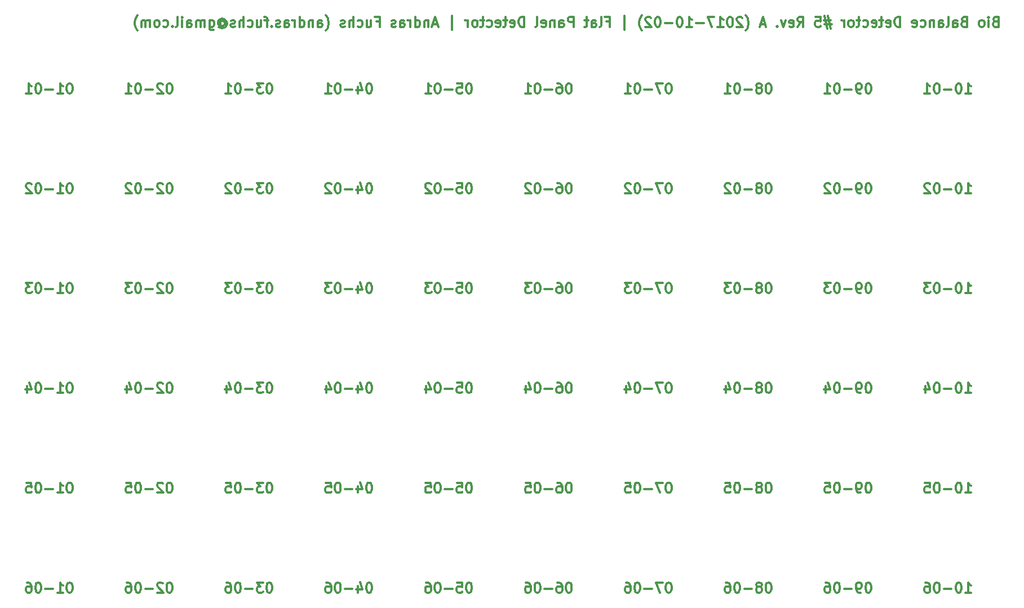
<source format=gbr>
G04 #@! TF.FileFunction,Legend,Bot*
%FSLAX46Y46*%
G04 Gerber Fmt 4.6, Leading zero omitted, Abs format (unit mm)*
G04 Created by KiCad (PCBNEW 4.0.6) date 10/02/17 09:49:40*
%MOMM*%
%LPD*%
G01*
G04 APERTURE LIST*
%ADD10C,0.100000*%
%ADD11C,0.300000*%
G04 APERTURE END LIST*
D10*
D11*
X174142857Y-19892857D02*
X173928571Y-19964286D01*
X173857143Y-20035714D01*
X173785714Y-20178571D01*
X173785714Y-20392857D01*
X173857143Y-20535714D01*
X173928571Y-20607143D01*
X174071429Y-20678571D01*
X174642857Y-20678571D01*
X174642857Y-19178571D01*
X174142857Y-19178571D01*
X174000000Y-19250000D01*
X173928571Y-19321429D01*
X173857143Y-19464286D01*
X173857143Y-19607143D01*
X173928571Y-19750000D01*
X174000000Y-19821429D01*
X174142857Y-19892857D01*
X174642857Y-19892857D01*
X173142857Y-20678571D02*
X173142857Y-19678571D01*
X173142857Y-19178571D02*
X173214286Y-19250000D01*
X173142857Y-19321429D01*
X173071429Y-19250000D01*
X173142857Y-19178571D01*
X173142857Y-19321429D01*
X172214285Y-20678571D02*
X172357143Y-20607143D01*
X172428571Y-20535714D01*
X172500000Y-20392857D01*
X172500000Y-19964286D01*
X172428571Y-19821429D01*
X172357143Y-19750000D01*
X172214285Y-19678571D01*
X172000000Y-19678571D01*
X171857143Y-19750000D01*
X171785714Y-19821429D01*
X171714285Y-19964286D01*
X171714285Y-20392857D01*
X171785714Y-20535714D01*
X171857143Y-20607143D01*
X172000000Y-20678571D01*
X172214285Y-20678571D01*
X169428571Y-19892857D02*
X169214285Y-19964286D01*
X169142857Y-20035714D01*
X169071428Y-20178571D01*
X169071428Y-20392857D01*
X169142857Y-20535714D01*
X169214285Y-20607143D01*
X169357143Y-20678571D01*
X169928571Y-20678571D01*
X169928571Y-19178571D01*
X169428571Y-19178571D01*
X169285714Y-19250000D01*
X169214285Y-19321429D01*
X169142857Y-19464286D01*
X169142857Y-19607143D01*
X169214285Y-19750000D01*
X169285714Y-19821429D01*
X169428571Y-19892857D01*
X169928571Y-19892857D01*
X167785714Y-20678571D02*
X167785714Y-19892857D01*
X167857143Y-19750000D01*
X168000000Y-19678571D01*
X168285714Y-19678571D01*
X168428571Y-19750000D01*
X167785714Y-20607143D02*
X167928571Y-20678571D01*
X168285714Y-20678571D01*
X168428571Y-20607143D01*
X168500000Y-20464286D01*
X168500000Y-20321429D01*
X168428571Y-20178571D01*
X168285714Y-20107143D01*
X167928571Y-20107143D01*
X167785714Y-20035714D01*
X166857142Y-20678571D02*
X167000000Y-20607143D01*
X167071428Y-20464286D01*
X167071428Y-19178571D01*
X165642857Y-20678571D02*
X165642857Y-19892857D01*
X165714286Y-19750000D01*
X165857143Y-19678571D01*
X166142857Y-19678571D01*
X166285714Y-19750000D01*
X165642857Y-20607143D02*
X165785714Y-20678571D01*
X166142857Y-20678571D01*
X166285714Y-20607143D01*
X166357143Y-20464286D01*
X166357143Y-20321429D01*
X166285714Y-20178571D01*
X166142857Y-20107143D01*
X165785714Y-20107143D01*
X165642857Y-20035714D01*
X164928571Y-19678571D02*
X164928571Y-20678571D01*
X164928571Y-19821429D02*
X164857143Y-19750000D01*
X164714285Y-19678571D01*
X164500000Y-19678571D01*
X164357143Y-19750000D01*
X164285714Y-19892857D01*
X164285714Y-20678571D01*
X162928571Y-20607143D02*
X163071428Y-20678571D01*
X163357142Y-20678571D01*
X163500000Y-20607143D01*
X163571428Y-20535714D01*
X163642857Y-20392857D01*
X163642857Y-19964286D01*
X163571428Y-19821429D01*
X163500000Y-19750000D01*
X163357142Y-19678571D01*
X163071428Y-19678571D01*
X162928571Y-19750000D01*
X161714286Y-20607143D02*
X161857143Y-20678571D01*
X162142857Y-20678571D01*
X162285714Y-20607143D01*
X162357143Y-20464286D01*
X162357143Y-19892857D01*
X162285714Y-19750000D01*
X162142857Y-19678571D01*
X161857143Y-19678571D01*
X161714286Y-19750000D01*
X161642857Y-19892857D01*
X161642857Y-20035714D01*
X162357143Y-20178571D01*
X159857143Y-20678571D02*
X159857143Y-19178571D01*
X159500000Y-19178571D01*
X159285715Y-19250000D01*
X159142857Y-19392857D01*
X159071429Y-19535714D01*
X159000000Y-19821429D01*
X159000000Y-20035714D01*
X159071429Y-20321429D01*
X159142857Y-20464286D01*
X159285715Y-20607143D01*
X159500000Y-20678571D01*
X159857143Y-20678571D01*
X157785715Y-20607143D02*
X157928572Y-20678571D01*
X158214286Y-20678571D01*
X158357143Y-20607143D01*
X158428572Y-20464286D01*
X158428572Y-19892857D01*
X158357143Y-19750000D01*
X158214286Y-19678571D01*
X157928572Y-19678571D01*
X157785715Y-19750000D01*
X157714286Y-19892857D01*
X157714286Y-20035714D01*
X158428572Y-20178571D01*
X157285715Y-19678571D02*
X156714286Y-19678571D01*
X157071429Y-19178571D02*
X157071429Y-20464286D01*
X157000001Y-20607143D01*
X156857143Y-20678571D01*
X156714286Y-20678571D01*
X155642858Y-20607143D02*
X155785715Y-20678571D01*
X156071429Y-20678571D01*
X156214286Y-20607143D01*
X156285715Y-20464286D01*
X156285715Y-19892857D01*
X156214286Y-19750000D01*
X156071429Y-19678571D01*
X155785715Y-19678571D01*
X155642858Y-19750000D01*
X155571429Y-19892857D01*
X155571429Y-20035714D01*
X156285715Y-20178571D01*
X154285715Y-20607143D02*
X154428572Y-20678571D01*
X154714286Y-20678571D01*
X154857144Y-20607143D01*
X154928572Y-20535714D01*
X155000001Y-20392857D01*
X155000001Y-19964286D01*
X154928572Y-19821429D01*
X154857144Y-19750000D01*
X154714286Y-19678571D01*
X154428572Y-19678571D01*
X154285715Y-19750000D01*
X153857144Y-19678571D02*
X153285715Y-19678571D01*
X153642858Y-19178571D02*
X153642858Y-20464286D01*
X153571430Y-20607143D01*
X153428572Y-20678571D01*
X153285715Y-20678571D01*
X152571429Y-20678571D02*
X152714287Y-20607143D01*
X152785715Y-20535714D01*
X152857144Y-20392857D01*
X152857144Y-19964286D01*
X152785715Y-19821429D01*
X152714287Y-19750000D01*
X152571429Y-19678571D01*
X152357144Y-19678571D01*
X152214287Y-19750000D01*
X152142858Y-19821429D01*
X152071429Y-19964286D01*
X152071429Y-20392857D01*
X152142858Y-20535714D01*
X152214287Y-20607143D01*
X152357144Y-20678571D01*
X152571429Y-20678571D01*
X151428572Y-20678571D02*
X151428572Y-19678571D01*
X151428572Y-19964286D02*
X151357144Y-19821429D01*
X151285715Y-19750000D01*
X151142858Y-19678571D01*
X151000001Y-19678571D01*
X149428573Y-19678571D02*
X148357144Y-19678571D01*
X149000001Y-19035714D02*
X149428573Y-20964286D01*
X148500001Y-20321429D02*
X149571430Y-20321429D01*
X148928573Y-20964286D02*
X148500001Y-19035714D01*
X147142858Y-19178571D02*
X147857144Y-19178571D01*
X147928573Y-19892857D01*
X147857144Y-19821429D01*
X147714287Y-19750000D01*
X147357144Y-19750000D01*
X147214287Y-19821429D01*
X147142858Y-19892857D01*
X147071430Y-20035714D01*
X147071430Y-20392857D01*
X147142858Y-20535714D01*
X147214287Y-20607143D01*
X147357144Y-20678571D01*
X147714287Y-20678571D01*
X147857144Y-20607143D01*
X147928573Y-20535714D01*
X144428573Y-20678571D02*
X144928573Y-19964286D01*
X145285716Y-20678571D02*
X145285716Y-19178571D01*
X144714288Y-19178571D01*
X144571430Y-19250000D01*
X144500002Y-19321429D01*
X144428573Y-19464286D01*
X144428573Y-19678571D01*
X144500002Y-19821429D01*
X144571430Y-19892857D01*
X144714288Y-19964286D01*
X145285716Y-19964286D01*
X143214288Y-20607143D02*
X143357145Y-20678571D01*
X143642859Y-20678571D01*
X143785716Y-20607143D01*
X143857145Y-20464286D01*
X143857145Y-19892857D01*
X143785716Y-19750000D01*
X143642859Y-19678571D01*
X143357145Y-19678571D01*
X143214288Y-19750000D01*
X143142859Y-19892857D01*
X143142859Y-20035714D01*
X143857145Y-20178571D01*
X142642859Y-19678571D02*
X142285716Y-20678571D01*
X141928574Y-19678571D01*
X141357145Y-20535714D02*
X141285717Y-20607143D01*
X141357145Y-20678571D01*
X141428574Y-20607143D01*
X141357145Y-20535714D01*
X141357145Y-20678571D01*
X139571431Y-20250000D02*
X138857145Y-20250000D01*
X139714288Y-20678571D02*
X139214288Y-19178571D01*
X138714288Y-20678571D01*
X136642860Y-21250000D02*
X136714288Y-21178571D01*
X136857145Y-20964286D01*
X136928574Y-20821429D01*
X137000003Y-20607143D01*
X137071431Y-20250000D01*
X137071431Y-19964286D01*
X137000003Y-19607143D01*
X136928574Y-19392857D01*
X136857145Y-19250000D01*
X136714288Y-19035714D01*
X136642860Y-18964286D01*
X136142860Y-19321429D02*
X136071431Y-19250000D01*
X135928574Y-19178571D01*
X135571431Y-19178571D01*
X135428574Y-19250000D01*
X135357145Y-19321429D01*
X135285717Y-19464286D01*
X135285717Y-19607143D01*
X135357145Y-19821429D01*
X136214288Y-20678571D01*
X135285717Y-20678571D01*
X134357146Y-19178571D02*
X134214289Y-19178571D01*
X134071432Y-19250000D01*
X134000003Y-19321429D01*
X133928574Y-19464286D01*
X133857146Y-19750000D01*
X133857146Y-20107143D01*
X133928574Y-20392857D01*
X134000003Y-20535714D01*
X134071432Y-20607143D01*
X134214289Y-20678571D01*
X134357146Y-20678571D01*
X134500003Y-20607143D01*
X134571432Y-20535714D01*
X134642860Y-20392857D01*
X134714289Y-20107143D01*
X134714289Y-19750000D01*
X134642860Y-19464286D01*
X134571432Y-19321429D01*
X134500003Y-19250000D01*
X134357146Y-19178571D01*
X132428575Y-20678571D02*
X133285718Y-20678571D01*
X132857146Y-20678571D02*
X132857146Y-19178571D01*
X133000003Y-19392857D01*
X133142861Y-19535714D01*
X133285718Y-19607143D01*
X131928575Y-19178571D02*
X130928575Y-19178571D01*
X131571432Y-20678571D01*
X130357147Y-20107143D02*
X129214290Y-20107143D01*
X127714290Y-20678571D02*
X128571433Y-20678571D01*
X128142861Y-20678571D02*
X128142861Y-19178571D01*
X128285718Y-19392857D01*
X128428576Y-19535714D01*
X128571433Y-19607143D01*
X126785719Y-19178571D02*
X126642862Y-19178571D01*
X126500005Y-19250000D01*
X126428576Y-19321429D01*
X126357147Y-19464286D01*
X126285719Y-19750000D01*
X126285719Y-20107143D01*
X126357147Y-20392857D01*
X126428576Y-20535714D01*
X126500005Y-20607143D01*
X126642862Y-20678571D01*
X126785719Y-20678571D01*
X126928576Y-20607143D01*
X127000005Y-20535714D01*
X127071433Y-20392857D01*
X127142862Y-20107143D01*
X127142862Y-19750000D01*
X127071433Y-19464286D01*
X127000005Y-19321429D01*
X126928576Y-19250000D01*
X126785719Y-19178571D01*
X125642862Y-20107143D02*
X124500005Y-20107143D01*
X123500005Y-19178571D02*
X123357148Y-19178571D01*
X123214291Y-19250000D01*
X123142862Y-19321429D01*
X123071433Y-19464286D01*
X123000005Y-19750000D01*
X123000005Y-20107143D01*
X123071433Y-20392857D01*
X123142862Y-20535714D01*
X123214291Y-20607143D01*
X123357148Y-20678571D01*
X123500005Y-20678571D01*
X123642862Y-20607143D01*
X123714291Y-20535714D01*
X123785719Y-20392857D01*
X123857148Y-20107143D01*
X123857148Y-19750000D01*
X123785719Y-19464286D01*
X123714291Y-19321429D01*
X123642862Y-19250000D01*
X123500005Y-19178571D01*
X122428577Y-19321429D02*
X122357148Y-19250000D01*
X122214291Y-19178571D01*
X121857148Y-19178571D01*
X121714291Y-19250000D01*
X121642862Y-19321429D01*
X121571434Y-19464286D01*
X121571434Y-19607143D01*
X121642862Y-19821429D01*
X122500005Y-20678571D01*
X121571434Y-20678571D01*
X121071434Y-21250000D02*
X121000006Y-21178571D01*
X120857149Y-20964286D01*
X120785720Y-20821429D01*
X120714291Y-20607143D01*
X120642863Y-20250000D01*
X120642863Y-19964286D01*
X120714291Y-19607143D01*
X120785720Y-19392857D01*
X120857149Y-19250000D01*
X121000006Y-19035714D01*
X121071434Y-18964286D01*
X118428577Y-21178571D02*
X118428577Y-19035714D01*
X115714292Y-19892857D02*
X116214292Y-19892857D01*
X116214292Y-20678571D02*
X116214292Y-19178571D01*
X115500006Y-19178571D01*
X114714292Y-20678571D02*
X114857150Y-20607143D01*
X114928578Y-20464286D01*
X114928578Y-19178571D01*
X113500007Y-20678571D02*
X113500007Y-19892857D01*
X113571436Y-19750000D01*
X113714293Y-19678571D01*
X114000007Y-19678571D01*
X114142864Y-19750000D01*
X113500007Y-20607143D02*
X113642864Y-20678571D01*
X114000007Y-20678571D01*
X114142864Y-20607143D01*
X114214293Y-20464286D01*
X114214293Y-20321429D01*
X114142864Y-20178571D01*
X114000007Y-20107143D01*
X113642864Y-20107143D01*
X113500007Y-20035714D01*
X113000007Y-19678571D02*
X112428578Y-19678571D01*
X112785721Y-19178571D02*
X112785721Y-20464286D01*
X112714293Y-20607143D01*
X112571435Y-20678571D01*
X112428578Y-20678571D01*
X110785721Y-20678571D02*
X110785721Y-19178571D01*
X110214293Y-19178571D01*
X110071435Y-19250000D01*
X110000007Y-19321429D01*
X109928578Y-19464286D01*
X109928578Y-19678571D01*
X110000007Y-19821429D01*
X110071435Y-19892857D01*
X110214293Y-19964286D01*
X110785721Y-19964286D01*
X108642864Y-20678571D02*
X108642864Y-19892857D01*
X108714293Y-19750000D01*
X108857150Y-19678571D01*
X109142864Y-19678571D01*
X109285721Y-19750000D01*
X108642864Y-20607143D02*
X108785721Y-20678571D01*
X109142864Y-20678571D01*
X109285721Y-20607143D01*
X109357150Y-20464286D01*
X109357150Y-20321429D01*
X109285721Y-20178571D01*
X109142864Y-20107143D01*
X108785721Y-20107143D01*
X108642864Y-20035714D01*
X107928578Y-19678571D02*
X107928578Y-20678571D01*
X107928578Y-19821429D02*
X107857150Y-19750000D01*
X107714292Y-19678571D01*
X107500007Y-19678571D01*
X107357150Y-19750000D01*
X107285721Y-19892857D01*
X107285721Y-20678571D01*
X106000007Y-20607143D02*
X106142864Y-20678571D01*
X106428578Y-20678571D01*
X106571435Y-20607143D01*
X106642864Y-20464286D01*
X106642864Y-19892857D01*
X106571435Y-19750000D01*
X106428578Y-19678571D01*
X106142864Y-19678571D01*
X106000007Y-19750000D01*
X105928578Y-19892857D01*
X105928578Y-20035714D01*
X106642864Y-20178571D01*
X105071435Y-20678571D02*
X105214293Y-20607143D01*
X105285721Y-20464286D01*
X105285721Y-19178571D01*
X103357150Y-20678571D02*
X103357150Y-19178571D01*
X103000007Y-19178571D01*
X102785722Y-19250000D01*
X102642864Y-19392857D01*
X102571436Y-19535714D01*
X102500007Y-19821429D01*
X102500007Y-20035714D01*
X102571436Y-20321429D01*
X102642864Y-20464286D01*
X102785722Y-20607143D01*
X103000007Y-20678571D01*
X103357150Y-20678571D01*
X101285722Y-20607143D02*
X101428579Y-20678571D01*
X101714293Y-20678571D01*
X101857150Y-20607143D01*
X101928579Y-20464286D01*
X101928579Y-19892857D01*
X101857150Y-19750000D01*
X101714293Y-19678571D01*
X101428579Y-19678571D01*
X101285722Y-19750000D01*
X101214293Y-19892857D01*
X101214293Y-20035714D01*
X101928579Y-20178571D01*
X100785722Y-19678571D02*
X100214293Y-19678571D01*
X100571436Y-19178571D02*
X100571436Y-20464286D01*
X100500008Y-20607143D01*
X100357150Y-20678571D01*
X100214293Y-20678571D01*
X99142865Y-20607143D02*
X99285722Y-20678571D01*
X99571436Y-20678571D01*
X99714293Y-20607143D01*
X99785722Y-20464286D01*
X99785722Y-19892857D01*
X99714293Y-19750000D01*
X99571436Y-19678571D01*
X99285722Y-19678571D01*
X99142865Y-19750000D01*
X99071436Y-19892857D01*
X99071436Y-20035714D01*
X99785722Y-20178571D01*
X97785722Y-20607143D02*
X97928579Y-20678571D01*
X98214293Y-20678571D01*
X98357151Y-20607143D01*
X98428579Y-20535714D01*
X98500008Y-20392857D01*
X98500008Y-19964286D01*
X98428579Y-19821429D01*
X98357151Y-19750000D01*
X98214293Y-19678571D01*
X97928579Y-19678571D01*
X97785722Y-19750000D01*
X97357151Y-19678571D02*
X96785722Y-19678571D01*
X97142865Y-19178571D02*
X97142865Y-20464286D01*
X97071437Y-20607143D01*
X96928579Y-20678571D01*
X96785722Y-20678571D01*
X96071436Y-20678571D02*
X96214294Y-20607143D01*
X96285722Y-20535714D01*
X96357151Y-20392857D01*
X96357151Y-19964286D01*
X96285722Y-19821429D01*
X96214294Y-19750000D01*
X96071436Y-19678571D01*
X95857151Y-19678571D01*
X95714294Y-19750000D01*
X95642865Y-19821429D01*
X95571436Y-19964286D01*
X95571436Y-20392857D01*
X95642865Y-20535714D01*
X95714294Y-20607143D01*
X95857151Y-20678571D01*
X96071436Y-20678571D01*
X94928579Y-20678571D02*
X94928579Y-19678571D01*
X94928579Y-19964286D02*
X94857151Y-19821429D01*
X94785722Y-19750000D01*
X94642865Y-19678571D01*
X94500008Y-19678571D01*
X92500008Y-21178571D02*
X92500008Y-19035714D01*
X90357152Y-20250000D02*
X89642866Y-20250000D01*
X90500009Y-20678571D02*
X90000009Y-19178571D01*
X89500009Y-20678571D01*
X89000009Y-19678571D02*
X89000009Y-20678571D01*
X89000009Y-19821429D02*
X88928581Y-19750000D01*
X88785723Y-19678571D01*
X88571438Y-19678571D01*
X88428581Y-19750000D01*
X88357152Y-19892857D01*
X88357152Y-20678571D01*
X87000009Y-20678571D02*
X87000009Y-19178571D01*
X87000009Y-20607143D02*
X87142866Y-20678571D01*
X87428580Y-20678571D01*
X87571438Y-20607143D01*
X87642866Y-20535714D01*
X87714295Y-20392857D01*
X87714295Y-19964286D01*
X87642866Y-19821429D01*
X87571438Y-19750000D01*
X87428580Y-19678571D01*
X87142866Y-19678571D01*
X87000009Y-19750000D01*
X86285723Y-20678571D02*
X86285723Y-19678571D01*
X86285723Y-19964286D02*
X86214295Y-19821429D01*
X86142866Y-19750000D01*
X86000009Y-19678571D01*
X85857152Y-19678571D01*
X84714295Y-20678571D02*
X84714295Y-19892857D01*
X84785724Y-19750000D01*
X84928581Y-19678571D01*
X85214295Y-19678571D01*
X85357152Y-19750000D01*
X84714295Y-20607143D02*
X84857152Y-20678571D01*
X85214295Y-20678571D01*
X85357152Y-20607143D01*
X85428581Y-20464286D01*
X85428581Y-20321429D01*
X85357152Y-20178571D01*
X85214295Y-20107143D01*
X84857152Y-20107143D01*
X84714295Y-20035714D01*
X84071438Y-20607143D02*
X83928581Y-20678571D01*
X83642866Y-20678571D01*
X83500009Y-20607143D01*
X83428581Y-20464286D01*
X83428581Y-20392857D01*
X83500009Y-20250000D01*
X83642866Y-20178571D01*
X83857152Y-20178571D01*
X84000009Y-20107143D01*
X84071438Y-19964286D01*
X84071438Y-19892857D01*
X84000009Y-19750000D01*
X83857152Y-19678571D01*
X83642866Y-19678571D01*
X83500009Y-19750000D01*
X81142866Y-19892857D02*
X81642866Y-19892857D01*
X81642866Y-20678571D02*
X81642866Y-19178571D01*
X80928580Y-19178571D01*
X79714295Y-19678571D02*
X79714295Y-20678571D01*
X80357152Y-19678571D02*
X80357152Y-20464286D01*
X80285724Y-20607143D01*
X80142866Y-20678571D01*
X79928581Y-20678571D01*
X79785724Y-20607143D01*
X79714295Y-20535714D01*
X78357152Y-20607143D02*
X78500009Y-20678571D01*
X78785723Y-20678571D01*
X78928581Y-20607143D01*
X79000009Y-20535714D01*
X79071438Y-20392857D01*
X79071438Y-19964286D01*
X79000009Y-19821429D01*
X78928581Y-19750000D01*
X78785723Y-19678571D01*
X78500009Y-19678571D01*
X78357152Y-19750000D01*
X77714295Y-20678571D02*
X77714295Y-19178571D01*
X77071438Y-20678571D02*
X77071438Y-19892857D01*
X77142867Y-19750000D01*
X77285724Y-19678571D01*
X77500009Y-19678571D01*
X77642867Y-19750000D01*
X77714295Y-19821429D01*
X76428581Y-20607143D02*
X76285724Y-20678571D01*
X76000009Y-20678571D01*
X75857152Y-20607143D01*
X75785724Y-20464286D01*
X75785724Y-20392857D01*
X75857152Y-20250000D01*
X76000009Y-20178571D01*
X76214295Y-20178571D01*
X76357152Y-20107143D01*
X76428581Y-19964286D01*
X76428581Y-19892857D01*
X76357152Y-19750000D01*
X76214295Y-19678571D01*
X76000009Y-19678571D01*
X75857152Y-19750000D01*
X73571438Y-21250000D02*
X73642866Y-21178571D01*
X73785723Y-20964286D01*
X73857152Y-20821429D01*
X73928581Y-20607143D01*
X74000009Y-20250000D01*
X74000009Y-19964286D01*
X73928581Y-19607143D01*
X73857152Y-19392857D01*
X73785723Y-19250000D01*
X73642866Y-19035714D01*
X73571438Y-18964286D01*
X72357152Y-20678571D02*
X72357152Y-19892857D01*
X72428581Y-19750000D01*
X72571438Y-19678571D01*
X72857152Y-19678571D01*
X73000009Y-19750000D01*
X72357152Y-20607143D02*
X72500009Y-20678571D01*
X72857152Y-20678571D01*
X73000009Y-20607143D01*
X73071438Y-20464286D01*
X73071438Y-20321429D01*
X73000009Y-20178571D01*
X72857152Y-20107143D01*
X72500009Y-20107143D01*
X72357152Y-20035714D01*
X71642866Y-19678571D02*
X71642866Y-20678571D01*
X71642866Y-19821429D02*
X71571438Y-19750000D01*
X71428580Y-19678571D01*
X71214295Y-19678571D01*
X71071438Y-19750000D01*
X71000009Y-19892857D01*
X71000009Y-20678571D01*
X69642866Y-20678571D02*
X69642866Y-19178571D01*
X69642866Y-20607143D02*
X69785723Y-20678571D01*
X70071437Y-20678571D01*
X70214295Y-20607143D01*
X70285723Y-20535714D01*
X70357152Y-20392857D01*
X70357152Y-19964286D01*
X70285723Y-19821429D01*
X70214295Y-19750000D01*
X70071437Y-19678571D01*
X69785723Y-19678571D01*
X69642866Y-19750000D01*
X68928580Y-20678571D02*
X68928580Y-19678571D01*
X68928580Y-19964286D02*
X68857152Y-19821429D01*
X68785723Y-19750000D01*
X68642866Y-19678571D01*
X68500009Y-19678571D01*
X67357152Y-20678571D02*
X67357152Y-19892857D01*
X67428581Y-19750000D01*
X67571438Y-19678571D01*
X67857152Y-19678571D01*
X68000009Y-19750000D01*
X67357152Y-20607143D02*
X67500009Y-20678571D01*
X67857152Y-20678571D01*
X68000009Y-20607143D01*
X68071438Y-20464286D01*
X68071438Y-20321429D01*
X68000009Y-20178571D01*
X67857152Y-20107143D01*
X67500009Y-20107143D01*
X67357152Y-20035714D01*
X66714295Y-20607143D02*
X66571438Y-20678571D01*
X66285723Y-20678571D01*
X66142866Y-20607143D01*
X66071438Y-20464286D01*
X66071438Y-20392857D01*
X66142866Y-20250000D01*
X66285723Y-20178571D01*
X66500009Y-20178571D01*
X66642866Y-20107143D01*
X66714295Y-19964286D01*
X66714295Y-19892857D01*
X66642866Y-19750000D01*
X66500009Y-19678571D01*
X66285723Y-19678571D01*
X66142866Y-19750000D01*
X65428580Y-20535714D02*
X65357152Y-20607143D01*
X65428580Y-20678571D01*
X65500009Y-20607143D01*
X65428580Y-20535714D01*
X65428580Y-20678571D01*
X64928580Y-19678571D02*
X64357151Y-19678571D01*
X64714294Y-20678571D02*
X64714294Y-19392857D01*
X64642866Y-19250000D01*
X64500008Y-19178571D01*
X64357151Y-19178571D01*
X63214294Y-19678571D02*
X63214294Y-20678571D01*
X63857151Y-19678571D02*
X63857151Y-20464286D01*
X63785723Y-20607143D01*
X63642865Y-20678571D01*
X63428580Y-20678571D01*
X63285723Y-20607143D01*
X63214294Y-20535714D01*
X61857151Y-20607143D02*
X62000008Y-20678571D01*
X62285722Y-20678571D01*
X62428580Y-20607143D01*
X62500008Y-20535714D01*
X62571437Y-20392857D01*
X62571437Y-19964286D01*
X62500008Y-19821429D01*
X62428580Y-19750000D01*
X62285722Y-19678571D01*
X62000008Y-19678571D01*
X61857151Y-19750000D01*
X61214294Y-20678571D02*
X61214294Y-19178571D01*
X60571437Y-20678571D02*
X60571437Y-19892857D01*
X60642866Y-19750000D01*
X60785723Y-19678571D01*
X61000008Y-19678571D01*
X61142866Y-19750000D01*
X61214294Y-19821429D01*
X59928580Y-20607143D02*
X59785723Y-20678571D01*
X59500008Y-20678571D01*
X59357151Y-20607143D01*
X59285723Y-20464286D01*
X59285723Y-20392857D01*
X59357151Y-20250000D01*
X59500008Y-20178571D01*
X59714294Y-20178571D01*
X59857151Y-20107143D01*
X59928580Y-19964286D01*
X59928580Y-19892857D01*
X59857151Y-19750000D01*
X59714294Y-19678571D01*
X59500008Y-19678571D01*
X59357151Y-19750000D01*
X57714294Y-19964286D02*
X57785722Y-19892857D01*
X57928579Y-19821429D01*
X58071437Y-19821429D01*
X58214294Y-19892857D01*
X58285722Y-19964286D01*
X58357151Y-20107143D01*
X58357151Y-20250000D01*
X58285722Y-20392857D01*
X58214294Y-20464286D01*
X58071437Y-20535714D01*
X57928579Y-20535714D01*
X57785722Y-20464286D01*
X57714294Y-20392857D01*
X57714294Y-19821429D02*
X57714294Y-20392857D01*
X57642865Y-20464286D01*
X57571437Y-20464286D01*
X57428579Y-20392857D01*
X57357151Y-20250000D01*
X57357151Y-19892857D01*
X57500008Y-19678571D01*
X57714294Y-19535714D01*
X58000008Y-19464286D01*
X58285722Y-19535714D01*
X58500008Y-19678571D01*
X58642865Y-19892857D01*
X58714294Y-20178571D01*
X58642865Y-20464286D01*
X58500008Y-20678571D01*
X58285722Y-20821429D01*
X58000008Y-20892857D01*
X57714294Y-20821429D01*
X57500008Y-20678571D01*
X56071437Y-19678571D02*
X56071437Y-20892857D01*
X56142866Y-21035714D01*
X56214294Y-21107143D01*
X56357151Y-21178571D01*
X56571437Y-21178571D01*
X56714294Y-21107143D01*
X56071437Y-20607143D02*
X56214294Y-20678571D01*
X56500008Y-20678571D01*
X56642866Y-20607143D01*
X56714294Y-20535714D01*
X56785723Y-20392857D01*
X56785723Y-19964286D01*
X56714294Y-19821429D01*
X56642866Y-19750000D01*
X56500008Y-19678571D01*
X56214294Y-19678571D01*
X56071437Y-19750000D01*
X55357151Y-20678571D02*
X55357151Y-19678571D01*
X55357151Y-19821429D02*
X55285723Y-19750000D01*
X55142865Y-19678571D01*
X54928580Y-19678571D01*
X54785723Y-19750000D01*
X54714294Y-19892857D01*
X54714294Y-20678571D01*
X54714294Y-19892857D02*
X54642865Y-19750000D01*
X54500008Y-19678571D01*
X54285723Y-19678571D01*
X54142865Y-19750000D01*
X54071437Y-19892857D01*
X54071437Y-20678571D01*
X52714294Y-20678571D02*
X52714294Y-19892857D01*
X52785723Y-19750000D01*
X52928580Y-19678571D01*
X53214294Y-19678571D01*
X53357151Y-19750000D01*
X52714294Y-20607143D02*
X52857151Y-20678571D01*
X53214294Y-20678571D01*
X53357151Y-20607143D01*
X53428580Y-20464286D01*
X53428580Y-20321429D01*
X53357151Y-20178571D01*
X53214294Y-20107143D01*
X52857151Y-20107143D01*
X52714294Y-20035714D01*
X52000008Y-20678571D02*
X52000008Y-19678571D01*
X52000008Y-19178571D02*
X52071437Y-19250000D01*
X52000008Y-19321429D01*
X51928580Y-19250000D01*
X52000008Y-19178571D01*
X52000008Y-19321429D01*
X51071436Y-20678571D02*
X51214294Y-20607143D01*
X51285722Y-20464286D01*
X51285722Y-19178571D01*
X50500008Y-20535714D02*
X50428580Y-20607143D01*
X50500008Y-20678571D01*
X50571437Y-20607143D01*
X50500008Y-20535714D01*
X50500008Y-20678571D01*
X49142865Y-20607143D02*
X49285722Y-20678571D01*
X49571436Y-20678571D01*
X49714294Y-20607143D01*
X49785722Y-20535714D01*
X49857151Y-20392857D01*
X49857151Y-19964286D01*
X49785722Y-19821429D01*
X49714294Y-19750000D01*
X49571436Y-19678571D01*
X49285722Y-19678571D01*
X49142865Y-19750000D01*
X48285722Y-20678571D02*
X48428580Y-20607143D01*
X48500008Y-20535714D01*
X48571437Y-20392857D01*
X48571437Y-19964286D01*
X48500008Y-19821429D01*
X48428580Y-19750000D01*
X48285722Y-19678571D01*
X48071437Y-19678571D01*
X47928580Y-19750000D01*
X47857151Y-19821429D01*
X47785722Y-19964286D01*
X47785722Y-20392857D01*
X47857151Y-20535714D01*
X47928580Y-20607143D01*
X48071437Y-20678571D01*
X48285722Y-20678571D01*
X47142865Y-20678571D02*
X47142865Y-19678571D01*
X47142865Y-19821429D02*
X47071437Y-19750000D01*
X46928579Y-19678571D01*
X46714294Y-19678571D01*
X46571437Y-19750000D01*
X46500008Y-19892857D01*
X46500008Y-20678571D01*
X46500008Y-19892857D02*
X46428579Y-19750000D01*
X46285722Y-19678571D01*
X46071437Y-19678571D01*
X45928579Y-19750000D01*
X45857151Y-19892857D01*
X45857151Y-20678571D01*
X45285722Y-21250000D02*
X45214294Y-21178571D01*
X45071437Y-20964286D01*
X45000008Y-20821429D01*
X44928579Y-20607143D01*
X44857151Y-20250000D01*
X44857151Y-19964286D01*
X44928579Y-19607143D01*
X45000008Y-19392857D01*
X45071437Y-19250000D01*
X45214294Y-19035714D01*
X45285722Y-18964286D01*
X35142856Y-29178571D02*
X34999999Y-29178571D01*
X34857142Y-29250000D01*
X34785713Y-29321429D01*
X34714284Y-29464286D01*
X34642856Y-29750000D01*
X34642856Y-30107143D01*
X34714284Y-30392857D01*
X34785713Y-30535714D01*
X34857142Y-30607143D01*
X34999999Y-30678571D01*
X35142856Y-30678571D01*
X35285713Y-30607143D01*
X35357142Y-30535714D01*
X35428570Y-30392857D01*
X35499999Y-30107143D01*
X35499999Y-29750000D01*
X35428570Y-29464286D01*
X35357142Y-29321429D01*
X35285713Y-29250000D01*
X35142856Y-29178571D01*
X33214285Y-30678571D02*
X34071428Y-30678571D01*
X33642856Y-30678571D02*
X33642856Y-29178571D01*
X33785713Y-29392857D01*
X33928571Y-29535714D01*
X34071428Y-29607143D01*
X32571428Y-30107143D02*
X31428571Y-30107143D01*
X30428571Y-29178571D02*
X30285714Y-29178571D01*
X30142857Y-29250000D01*
X30071428Y-29321429D01*
X29999999Y-29464286D01*
X29928571Y-29750000D01*
X29928571Y-30107143D01*
X29999999Y-30392857D01*
X30071428Y-30535714D01*
X30142857Y-30607143D01*
X30285714Y-30678571D01*
X30428571Y-30678571D01*
X30571428Y-30607143D01*
X30642857Y-30535714D01*
X30714285Y-30392857D01*
X30785714Y-30107143D01*
X30785714Y-29750000D01*
X30714285Y-29464286D01*
X30642857Y-29321429D01*
X30571428Y-29250000D01*
X30428571Y-29178571D01*
X28500000Y-30678571D02*
X29357143Y-30678571D01*
X28928571Y-30678571D02*
X28928571Y-29178571D01*
X29071428Y-29392857D01*
X29214286Y-29535714D01*
X29357143Y-29607143D01*
X35142856Y-44178571D02*
X34999999Y-44178571D01*
X34857142Y-44250000D01*
X34785713Y-44321429D01*
X34714284Y-44464286D01*
X34642856Y-44750000D01*
X34642856Y-45107143D01*
X34714284Y-45392857D01*
X34785713Y-45535714D01*
X34857142Y-45607143D01*
X34999999Y-45678571D01*
X35142856Y-45678571D01*
X35285713Y-45607143D01*
X35357142Y-45535714D01*
X35428570Y-45392857D01*
X35499999Y-45107143D01*
X35499999Y-44750000D01*
X35428570Y-44464286D01*
X35357142Y-44321429D01*
X35285713Y-44250000D01*
X35142856Y-44178571D01*
X33214285Y-45678571D02*
X34071428Y-45678571D01*
X33642856Y-45678571D02*
X33642856Y-44178571D01*
X33785713Y-44392857D01*
X33928571Y-44535714D01*
X34071428Y-44607143D01*
X32571428Y-45107143D02*
X31428571Y-45107143D01*
X30428571Y-44178571D02*
X30285714Y-44178571D01*
X30142857Y-44250000D01*
X30071428Y-44321429D01*
X29999999Y-44464286D01*
X29928571Y-44750000D01*
X29928571Y-45107143D01*
X29999999Y-45392857D01*
X30071428Y-45535714D01*
X30142857Y-45607143D01*
X30285714Y-45678571D01*
X30428571Y-45678571D01*
X30571428Y-45607143D01*
X30642857Y-45535714D01*
X30714285Y-45392857D01*
X30785714Y-45107143D01*
X30785714Y-44750000D01*
X30714285Y-44464286D01*
X30642857Y-44321429D01*
X30571428Y-44250000D01*
X30428571Y-44178571D01*
X29357143Y-44321429D02*
X29285714Y-44250000D01*
X29142857Y-44178571D01*
X28785714Y-44178571D01*
X28642857Y-44250000D01*
X28571428Y-44321429D01*
X28500000Y-44464286D01*
X28500000Y-44607143D01*
X28571428Y-44821429D01*
X29428571Y-45678571D01*
X28500000Y-45678571D01*
X35142856Y-59178571D02*
X34999999Y-59178571D01*
X34857142Y-59250000D01*
X34785713Y-59321429D01*
X34714284Y-59464286D01*
X34642856Y-59750000D01*
X34642856Y-60107143D01*
X34714284Y-60392857D01*
X34785713Y-60535714D01*
X34857142Y-60607143D01*
X34999999Y-60678571D01*
X35142856Y-60678571D01*
X35285713Y-60607143D01*
X35357142Y-60535714D01*
X35428570Y-60392857D01*
X35499999Y-60107143D01*
X35499999Y-59750000D01*
X35428570Y-59464286D01*
X35357142Y-59321429D01*
X35285713Y-59250000D01*
X35142856Y-59178571D01*
X33214285Y-60678571D02*
X34071428Y-60678571D01*
X33642856Y-60678571D02*
X33642856Y-59178571D01*
X33785713Y-59392857D01*
X33928571Y-59535714D01*
X34071428Y-59607143D01*
X32571428Y-60107143D02*
X31428571Y-60107143D01*
X30428571Y-59178571D02*
X30285714Y-59178571D01*
X30142857Y-59250000D01*
X30071428Y-59321429D01*
X29999999Y-59464286D01*
X29928571Y-59750000D01*
X29928571Y-60107143D01*
X29999999Y-60392857D01*
X30071428Y-60535714D01*
X30142857Y-60607143D01*
X30285714Y-60678571D01*
X30428571Y-60678571D01*
X30571428Y-60607143D01*
X30642857Y-60535714D01*
X30714285Y-60392857D01*
X30785714Y-60107143D01*
X30785714Y-59750000D01*
X30714285Y-59464286D01*
X30642857Y-59321429D01*
X30571428Y-59250000D01*
X30428571Y-59178571D01*
X29428571Y-59178571D02*
X28500000Y-59178571D01*
X29000000Y-59750000D01*
X28785714Y-59750000D01*
X28642857Y-59821429D01*
X28571428Y-59892857D01*
X28500000Y-60035714D01*
X28500000Y-60392857D01*
X28571428Y-60535714D01*
X28642857Y-60607143D01*
X28785714Y-60678571D01*
X29214286Y-60678571D01*
X29357143Y-60607143D01*
X29428571Y-60535714D01*
X35142856Y-74178571D02*
X34999999Y-74178571D01*
X34857142Y-74250000D01*
X34785713Y-74321429D01*
X34714284Y-74464286D01*
X34642856Y-74750000D01*
X34642856Y-75107143D01*
X34714284Y-75392857D01*
X34785713Y-75535714D01*
X34857142Y-75607143D01*
X34999999Y-75678571D01*
X35142856Y-75678571D01*
X35285713Y-75607143D01*
X35357142Y-75535714D01*
X35428570Y-75392857D01*
X35499999Y-75107143D01*
X35499999Y-74750000D01*
X35428570Y-74464286D01*
X35357142Y-74321429D01*
X35285713Y-74250000D01*
X35142856Y-74178571D01*
X33214285Y-75678571D02*
X34071428Y-75678571D01*
X33642856Y-75678571D02*
X33642856Y-74178571D01*
X33785713Y-74392857D01*
X33928571Y-74535714D01*
X34071428Y-74607143D01*
X32571428Y-75107143D02*
X31428571Y-75107143D01*
X30428571Y-74178571D02*
X30285714Y-74178571D01*
X30142857Y-74250000D01*
X30071428Y-74321429D01*
X29999999Y-74464286D01*
X29928571Y-74750000D01*
X29928571Y-75107143D01*
X29999999Y-75392857D01*
X30071428Y-75535714D01*
X30142857Y-75607143D01*
X30285714Y-75678571D01*
X30428571Y-75678571D01*
X30571428Y-75607143D01*
X30642857Y-75535714D01*
X30714285Y-75392857D01*
X30785714Y-75107143D01*
X30785714Y-74750000D01*
X30714285Y-74464286D01*
X30642857Y-74321429D01*
X30571428Y-74250000D01*
X30428571Y-74178571D01*
X28642857Y-74678571D02*
X28642857Y-75678571D01*
X29000000Y-74107143D02*
X29357143Y-75178571D01*
X28428571Y-75178571D01*
X35142856Y-89178571D02*
X34999999Y-89178571D01*
X34857142Y-89250000D01*
X34785713Y-89321429D01*
X34714284Y-89464286D01*
X34642856Y-89750000D01*
X34642856Y-90107143D01*
X34714284Y-90392857D01*
X34785713Y-90535714D01*
X34857142Y-90607143D01*
X34999999Y-90678571D01*
X35142856Y-90678571D01*
X35285713Y-90607143D01*
X35357142Y-90535714D01*
X35428570Y-90392857D01*
X35499999Y-90107143D01*
X35499999Y-89750000D01*
X35428570Y-89464286D01*
X35357142Y-89321429D01*
X35285713Y-89250000D01*
X35142856Y-89178571D01*
X33214285Y-90678571D02*
X34071428Y-90678571D01*
X33642856Y-90678571D02*
X33642856Y-89178571D01*
X33785713Y-89392857D01*
X33928571Y-89535714D01*
X34071428Y-89607143D01*
X32571428Y-90107143D02*
X31428571Y-90107143D01*
X30428571Y-89178571D02*
X30285714Y-89178571D01*
X30142857Y-89250000D01*
X30071428Y-89321429D01*
X29999999Y-89464286D01*
X29928571Y-89750000D01*
X29928571Y-90107143D01*
X29999999Y-90392857D01*
X30071428Y-90535714D01*
X30142857Y-90607143D01*
X30285714Y-90678571D01*
X30428571Y-90678571D01*
X30571428Y-90607143D01*
X30642857Y-90535714D01*
X30714285Y-90392857D01*
X30785714Y-90107143D01*
X30785714Y-89750000D01*
X30714285Y-89464286D01*
X30642857Y-89321429D01*
X30571428Y-89250000D01*
X30428571Y-89178571D01*
X28571428Y-89178571D02*
X29285714Y-89178571D01*
X29357143Y-89892857D01*
X29285714Y-89821429D01*
X29142857Y-89750000D01*
X28785714Y-89750000D01*
X28642857Y-89821429D01*
X28571428Y-89892857D01*
X28500000Y-90035714D01*
X28500000Y-90392857D01*
X28571428Y-90535714D01*
X28642857Y-90607143D01*
X28785714Y-90678571D01*
X29142857Y-90678571D01*
X29285714Y-90607143D01*
X29357143Y-90535714D01*
X35142856Y-104178571D02*
X34999999Y-104178571D01*
X34857142Y-104250000D01*
X34785713Y-104321429D01*
X34714284Y-104464286D01*
X34642856Y-104750000D01*
X34642856Y-105107143D01*
X34714284Y-105392857D01*
X34785713Y-105535714D01*
X34857142Y-105607143D01*
X34999999Y-105678571D01*
X35142856Y-105678571D01*
X35285713Y-105607143D01*
X35357142Y-105535714D01*
X35428570Y-105392857D01*
X35499999Y-105107143D01*
X35499999Y-104750000D01*
X35428570Y-104464286D01*
X35357142Y-104321429D01*
X35285713Y-104250000D01*
X35142856Y-104178571D01*
X33214285Y-105678571D02*
X34071428Y-105678571D01*
X33642856Y-105678571D02*
X33642856Y-104178571D01*
X33785713Y-104392857D01*
X33928571Y-104535714D01*
X34071428Y-104607143D01*
X32571428Y-105107143D02*
X31428571Y-105107143D01*
X30428571Y-104178571D02*
X30285714Y-104178571D01*
X30142857Y-104250000D01*
X30071428Y-104321429D01*
X29999999Y-104464286D01*
X29928571Y-104750000D01*
X29928571Y-105107143D01*
X29999999Y-105392857D01*
X30071428Y-105535714D01*
X30142857Y-105607143D01*
X30285714Y-105678571D01*
X30428571Y-105678571D01*
X30571428Y-105607143D01*
X30642857Y-105535714D01*
X30714285Y-105392857D01*
X30785714Y-105107143D01*
X30785714Y-104750000D01*
X30714285Y-104464286D01*
X30642857Y-104321429D01*
X30571428Y-104250000D01*
X30428571Y-104178571D01*
X28642857Y-104178571D02*
X28928571Y-104178571D01*
X29071428Y-104250000D01*
X29142857Y-104321429D01*
X29285714Y-104535714D01*
X29357143Y-104821429D01*
X29357143Y-105392857D01*
X29285714Y-105535714D01*
X29214286Y-105607143D01*
X29071428Y-105678571D01*
X28785714Y-105678571D01*
X28642857Y-105607143D01*
X28571428Y-105535714D01*
X28500000Y-105392857D01*
X28500000Y-105035714D01*
X28571428Y-104892857D01*
X28642857Y-104821429D01*
X28785714Y-104750000D01*
X29071428Y-104750000D01*
X29214286Y-104821429D01*
X29285714Y-104892857D01*
X29357143Y-105035714D01*
X50142856Y-29178571D02*
X49999999Y-29178571D01*
X49857142Y-29250000D01*
X49785713Y-29321429D01*
X49714284Y-29464286D01*
X49642856Y-29750000D01*
X49642856Y-30107143D01*
X49714284Y-30392857D01*
X49785713Y-30535714D01*
X49857142Y-30607143D01*
X49999999Y-30678571D01*
X50142856Y-30678571D01*
X50285713Y-30607143D01*
X50357142Y-30535714D01*
X50428570Y-30392857D01*
X50499999Y-30107143D01*
X50499999Y-29750000D01*
X50428570Y-29464286D01*
X50357142Y-29321429D01*
X50285713Y-29250000D01*
X50142856Y-29178571D01*
X49071428Y-29321429D02*
X48999999Y-29250000D01*
X48857142Y-29178571D01*
X48499999Y-29178571D01*
X48357142Y-29250000D01*
X48285713Y-29321429D01*
X48214285Y-29464286D01*
X48214285Y-29607143D01*
X48285713Y-29821429D01*
X49142856Y-30678571D01*
X48214285Y-30678571D01*
X47571428Y-30107143D02*
X46428571Y-30107143D01*
X45428571Y-29178571D02*
X45285714Y-29178571D01*
X45142857Y-29250000D01*
X45071428Y-29321429D01*
X44999999Y-29464286D01*
X44928571Y-29750000D01*
X44928571Y-30107143D01*
X44999999Y-30392857D01*
X45071428Y-30535714D01*
X45142857Y-30607143D01*
X45285714Y-30678571D01*
X45428571Y-30678571D01*
X45571428Y-30607143D01*
X45642857Y-30535714D01*
X45714285Y-30392857D01*
X45785714Y-30107143D01*
X45785714Y-29750000D01*
X45714285Y-29464286D01*
X45642857Y-29321429D01*
X45571428Y-29250000D01*
X45428571Y-29178571D01*
X43500000Y-30678571D02*
X44357143Y-30678571D01*
X43928571Y-30678571D02*
X43928571Y-29178571D01*
X44071428Y-29392857D01*
X44214286Y-29535714D01*
X44357143Y-29607143D01*
X50142856Y-44178571D02*
X49999999Y-44178571D01*
X49857142Y-44250000D01*
X49785713Y-44321429D01*
X49714284Y-44464286D01*
X49642856Y-44750000D01*
X49642856Y-45107143D01*
X49714284Y-45392857D01*
X49785713Y-45535714D01*
X49857142Y-45607143D01*
X49999999Y-45678571D01*
X50142856Y-45678571D01*
X50285713Y-45607143D01*
X50357142Y-45535714D01*
X50428570Y-45392857D01*
X50499999Y-45107143D01*
X50499999Y-44750000D01*
X50428570Y-44464286D01*
X50357142Y-44321429D01*
X50285713Y-44250000D01*
X50142856Y-44178571D01*
X49071428Y-44321429D02*
X48999999Y-44250000D01*
X48857142Y-44178571D01*
X48499999Y-44178571D01*
X48357142Y-44250000D01*
X48285713Y-44321429D01*
X48214285Y-44464286D01*
X48214285Y-44607143D01*
X48285713Y-44821429D01*
X49142856Y-45678571D01*
X48214285Y-45678571D01*
X47571428Y-45107143D02*
X46428571Y-45107143D01*
X45428571Y-44178571D02*
X45285714Y-44178571D01*
X45142857Y-44250000D01*
X45071428Y-44321429D01*
X44999999Y-44464286D01*
X44928571Y-44750000D01*
X44928571Y-45107143D01*
X44999999Y-45392857D01*
X45071428Y-45535714D01*
X45142857Y-45607143D01*
X45285714Y-45678571D01*
X45428571Y-45678571D01*
X45571428Y-45607143D01*
X45642857Y-45535714D01*
X45714285Y-45392857D01*
X45785714Y-45107143D01*
X45785714Y-44750000D01*
X45714285Y-44464286D01*
X45642857Y-44321429D01*
X45571428Y-44250000D01*
X45428571Y-44178571D01*
X44357143Y-44321429D02*
X44285714Y-44250000D01*
X44142857Y-44178571D01*
X43785714Y-44178571D01*
X43642857Y-44250000D01*
X43571428Y-44321429D01*
X43500000Y-44464286D01*
X43500000Y-44607143D01*
X43571428Y-44821429D01*
X44428571Y-45678571D01*
X43500000Y-45678571D01*
X50142856Y-59178571D02*
X49999999Y-59178571D01*
X49857142Y-59250000D01*
X49785713Y-59321429D01*
X49714284Y-59464286D01*
X49642856Y-59750000D01*
X49642856Y-60107143D01*
X49714284Y-60392857D01*
X49785713Y-60535714D01*
X49857142Y-60607143D01*
X49999999Y-60678571D01*
X50142856Y-60678571D01*
X50285713Y-60607143D01*
X50357142Y-60535714D01*
X50428570Y-60392857D01*
X50499999Y-60107143D01*
X50499999Y-59750000D01*
X50428570Y-59464286D01*
X50357142Y-59321429D01*
X50285713Y-59250000D01*
X50142856Y-59178571D01*
X49071428Y-59321429D02*
X48999999Y-59250000D01*
X48857142Y-59178571D01*
X48499999Y-59178571D01*
X48357142Y-59250000D01*
X48285713Y-59321429D01*
X48214285Y-59464286D01*
X48214285Y-59607143D01*
X48285713Y-59821429D01*
X49142856Y-60678571D01*
X48214285Y-60678571D01*
X47571428Y-60107143D02*
X46428571Y-60107143D01*
X45428571Y-59178571D02*
X45285714Y-59178571D01*
X45142857Y-59250000D01*
X45071428Y-59321429D01*
X44999999Y-59464286D01*
X44928571Y-59750000D01*
X44928571Y-60107143D01*
X44999999Y-60392857D01*
X45071428Y-60535714D01*
X45142857Y-60607143D01*
X45285714Y-60678571D01*
X45428571Y-60678571D01*
X45571428Y-60607143D01*
X45642857Y-60535714D01*
X45714285Y-60392857D01*
X45785714Y-60107143D01*
X45785714Y-59750000D01*
X45714285Y-59464286D01*
X45642857Y-59321429D01*
X45571428Y-59250000D01*
X45428571Y-59178571D01*
X44428571Y-59178571D02*
X43500000Y-59178571D01*
X44000000Y-59750000D01*
X43785714Y-59750000D01*
X43642857Y-59821429D01*
X43571428Y-59892857D01*
X43500000Y-60035714D01*
X43500000Y-60392857D01*
X43571428Y-60535714D01*
X43642857Y-60607143D01*
X43785714Y-60678571D01*
X44214286Y-60678571D01*
X44357143Y-60607143D01*
X44428571Y-60535714D01*
X50142856Y-74178571D02*
X49999999Y-74178571D01*
X49857142Y-74250000D01*
X49785713Y-74321429D01*
X49714284Y-74464286D01*
X49642856Y-74750000D01*
X49642856Y-75107143D01*
X49714284Y-75392857D01*
X49785713Y-75535714D01*
X49857142Y-75607143D01*
X49999999Y-75678571D01*
X50142856Y-75678571D01*
X50285713Y-75607143D01*
X50357142Y-75535714D01*
X50428570Y-75392857D01*
X50499999Y-75107143D01*
X50499999Y-74750000D01*
X50428570Y-74464286D01*
X50357142Y-74321429D01*
X50285713Y-74250000D01*
X50142856Y-74178571D01*
X49071428Y-74321429D02*
X48999999Y-74250000D01*
X48857142Y-74178571D01*
X48499999Y-74178571D01*
X48357142Y-74250000D01*
X48285713Y-74321429D01*
X48214285Y-74464286D01*
X48214285Y-74607143D01*
X48285713Y-74821429D01*
X49142856Y-75678571D01*
X48214285Y-75678571D01*
X47571428Y-75107143D02*
X46428571Y-75107143D01*
X45428571Y-74178571D02*
X45285714Y-74178571D01*
X45142857Y-74250000D01*
X45071428Y-74321429D01*
X44999999Y-74464286D01*
X44928571Y-74750000D01*
X44928571Y-75107143D01*
X44999999Y-75392857D01*
X45071428Y-75535714D01*
X45142857Y-75607143D01*
X45285714Y-75678571D01*
X45428571Y-75678571D01*
X45571428Y-75607143D01*
X45642857Y-75535714D01*
X45714285Y-75392857D01*
X45785714Y-75107143D01*
X45785714Y-74750000D01*
X45714285Y-74464286D01*
X45642857Y-74321429D01*
X45571428Y-74250000D01*
X45428571Y-74178571D01*
X43642857Y-74678571D02*
X43642857Y-75678571D01*
X44000000Y-74107143D02*
X44357143Y-75178571D01*
X43428571Y-75178571D01*
X50142856Y-89178571D02*
X49999999Y-89178571D01*
X49857142Y-89250000D01*
X49785713Y-89321429D01*
X49714284Y-89464286D01*
X49642856Y-89750000D01*
X49642856Y-90107143D01*
X49714284Y-90392857D01*
X49785713Y-90535714D01*
X49857142Y-90607143D01*
X49999999Y-90678571D01*
X50142856Y-90678571D01*
X50285713Y-90607143D01*
X50357142Y-90535714D01*
X50428570Y-90392857D01*
X50499999Y-90107143D01*
X50499999Y-89750000D01*
X50428570Y-89464286D01*
X50357142Y-89321429D01*
X50285713Y-89250000D01*
X50142856Y-89178571D01*
X49071428Y-89321429D02*
X48999999Y-89250000D01*
X48857142Y-89178571D01*
X48499999Y-89178571D01*
X48357142Y-89250000D01*
X48285713Y-89321429D01*
X48214285Y-89464286D01*
X48214285Y-89607143D01*
X48285713Y-89821429D01*
X49142856Y-90678571D01*
X48214285Y-90678571D01*
X47571428Y-90107143D02*
X46428571Y-90107143D01*
X45428571Y-89178571D02*
X45285714Y-89178571D01*
X45142857Y-89250000D01*
X45071428Y-89321429D01*
X44999999Y-89464286D01*
X44928571Y-89750000D01*
X44928571Y-90107143D01*
X44999999Y-90392857D01*
X45071428Y-90535714D01*
X45142857Y-90607143D01*
X45285714Y-90678571D01*
X45428571Y-90678571D01*
X45571428Y-90607143D01*
X45642857Y-90535714D01*
X45714285Y-90392857D01*
X45785714Y-90107143D01*
X45785714Y-89750000D01*
X45714285Y-89464286D01*
X45642857Y-89321429D01*
X45571428Y-89250000D01*
X45428571Y-89178571D01*
X43571428Y-89178571D02*
X44285714Y-89178571D01*
X44357143Y-89892857D01*
X44285714Y-89821429D01*
X44142857Y-89750000D01*
X43785714Y-89750000D01*
X43642857Y-89821429D01*
X43571428Y-89892857D01*
X43500000Y-90035714D01*
X43500000Y-90392857D01*
X43571428Y-90535714D01*
X43642857Y-90607143D01*
X43785714Y-90678571D01*
X44142857Y-90678571D01*
X44285714Y-90607143D01*
X44357143Y-90535714D01*
X50142856Y-104178571D02*
X49999999Y-104178571D01*
X49857142Y-104250000D01*
X49785713Y-104321429D01*
X49714284Y-104464286D01*
X49642856Y-104750000D01*
X49642856Y-105107143D01*
X49714284Y-105392857D01*
X49785713Y-105535714D01*
X49857142Y-105607143D01*
X49999999Y-105678571D01*
X50142856Y-105678571D01*
X50285713Y-105607143D01*
X50357142Y-105535714D01*
X50428570Y-105392857D01*
X50499999Y-105107143D01*
X50499999Y-104750000D01*
X50428570Y-104464286D01*
X50357142Y-104321429D01*
X50285713Y-104250000D01*
X50142856Y-104178571D01*
X49071428Y-104321429D02*
X48999999Y-104250000D01*
X48857142Y-104178571D01*
X48499999Y-104178571D01*
X48357142Y-104250000D01*
X48285713Y-104321429D01*
X48214285Y-104464286D01*
X48214285Y-104607143D01*
X48285713Y-104821429D01*
X49142856Y-105678571D01*
X48214285Y-105678571D01*
X47571428Y-105107143D02*
X46428571Y-105107143D01*
X45428571Y-104178571D02*
X45285714Y-104178571D01*
X45142857Y-104250000D01*
X45071428Y-104321429D01*
X44999999Y-104464286D01*
X44928571Y-104750000D01*
X44928571Y-105107143D01*
X44999999Y-105392857D01*
X45071428Y-105535714D01*
X45142857Y-105607143D01*
X45285714Y-105678571D01*
X45428571Y-105678571D01*
X45571428Y-105607143D01*
X45642857Y-105535714D01*
X45714285Y-105392857D01*
X45785714Y-105107143D01*
X45785714Y-104750000D01*
X45714285Y-104464286D01*
X45642857Y-104321429D01*
X45571428Y-104250000D01*
X45428571Y-104178571D01*
X43642857Y-104178571D02*
X43928571Y-104178571D01*
X44071428Y-104250000D01*
X44142857Y-104321429D01*
X44285714Y-104535714D01*
X44357143Y-104821429D01*
X44357143Y-105392857D01*
X44285714Y-105535714D01*
X44214286Y-105607143D01*
X44071428Y-105678571D01*
X43785714Y-105678571D01*
X43642857Y-105607143D01*
X43571428Y-105535714D01*
X43500000Y-105392857D01*
X43500000Y-105035714D01*
X43571428Y-104892857D01*
X43642857Y-104821429D01*
X43785714Y-104750000D01*
X44071428Y-104750000D01*
X44214286Y-104821429D01*
X44285714Y-104892857D01*
X44357143Y-105035714D01*
X65142856Y-29178571D02*
X64999999Y-29178571D01*
X64857142Y-29250000D01*
X64785713Y-29321429D01*
X64714284Y-29464286D01*
X64642856Y-29750000D01*
X64642856Y-30107143D01*
X64714284Y-30392857D01*
X64785713Y-30535714D01*
X64857142Y-30607143D01*
X64999999Y-30678571D01*
X65142856Y-30678571D01*
X65285713Y-30607143D01*
X65357142Y-30535714D01*
X65428570Y-30392857D01*
X65499999Y-30107143D01*
X65499999Y-29750000D01*
X65428570Y-29464286D01*
X65357142Y-29321429D01*
X65285713Y-29250000D01*
X65142856Y-29178571D01*
X64142856Y-29178571D02*
X63214285Y-29178571D01*
X63714285Y-29750000D01*
X63499999Y-29750000D01*
X63357142Y-29821429D01*
X63285713Y-29892857D01*
X63214285Y-30035714D01*
X63214285Y-30392857D01*
X63285713Y-30535714D01*
X63357142Y-30607143D01*
X63499999Y-30678571D01*
X63928571Y-30678571D01*
X64071428Y-30607143D01*
X64142856Y-30535714D01*
X62571428Y-30107143D02*
X61428571Y-30107143D01*
X60428571Y-29178571D02*
X60285714Y-29178571D01*
X60142857Y-29250000D01*
X60071428Y-29321429D01*
X59999999Y-29464286D01*
X59928571Y-29750000D01*
X59928571Y-30107143D01*
X59999999Y-30392857D01*
X60071428Y-30535714D01*
X60142857Y-30607143D01*
X60285714Y-30678571D01*
X60428571Y-30678571D01*
X60571428Y-30607143D01*
X60642857Y-30535714D01*
X60714285Y-30392857D01*
X60785714Y-30107143D01*
X60785714Y-29750000D01*
X60714285Y-29464286D01*
X60642857Y-29321429D01*
X60571428Y-29250000D01*
X60428571Y-29178571D01*
X58500000Y-30678571D02*
X59357143Y-30678571D01*
X58928571Y-30678571D02*
X58928571Y-29178571D01*
X59071428Y-29392857D01*
X59214286Y-29535714D01*
X59357143Y-29607143D01*
X65142856Y-44178571D02*
X64999999Y-44178571D01*
X64857142Y-44250000D01*
X64785713Y-44321429D01*
X64714284Y-44464286D01*
X64642856Y-44750000D01*
X64642856Y-45107143D01*
X64714284Y-45392857D01*
X64785713Y-45535714D01*
X64857142Y-45607143D01*
X64999999Y-45678571D01*
X65142856Y-45678571D01*
X65285713Y-45607143D01*
X65357142Y-45535714D01*
X65428570Y-45392857D01*
X65499999Y-45107143D01*
X65499999Y-44750000D01*
X65428570Y-44464286D01*
X65357142Y-44321429D01*
X65285713Y-44250000D01*
X65142856Y-44178571D01*
X64142856Y-44178571D02*
X63214285Y-44178571D01*
X63714285Y-44750000D01*
X63499999Y-44750000D01*
X63357142Y-44821429D01*
X63285713Y-44892857D01*
X63214285Y-45035714D01*
X63214285Y-45392857D01*
X63285713Y-45535714D01*
X63357142Y-45607143D01*
X63499999Y-45678571D01*
X63928571Y-45678571D01*
X64071428Y-45607143D01*
X64142856Y-45535714D01*
X62571428Y-45107143D02*
X61428571Y-45107143D01*
X60428571Y-44178571D02*
X60285714Y-44178571D01*
X60142857Y-44250000D01*
X60071428Y-44321429D01*
X59999999Y-44464286D01*
X59928571Y-44750000D01*
X59928571Y-45107143D01*
X59999999Y-45392857D01*
X60071428Y-45535714D01*
X60142857Y-45607143D01*
X60285714Y-45678571D01*
X60428571Y-45678571D01*
X60571428Y-45607143D01*
X60642857Y-45535714D01*
X60714285Y-45392857D01*
X60785714Y-45107143D01*
X60785714Y-44750000D01*
X60714285Y-44464286D01*
X60642857Y-44321429D01*
X60571428Y-44250000D01*
X60428571Y-44178571D01*
X59357143Y-44321429D02*
X59285714Y-44250000D01*
X59142857Y-44178571D01*
X58785714Y-44178571D01*
X58642857Y-44250000D01*
X58571428Y-44321429D01*
X58500000Y-44464286D01*
X58500000Y-44607143D01*
X58571428Y-44821429D01*
X59428571Y-45678571D01*
X58500000Y-45678571D01*
X65142856Y-59178571D02*
X64999999Y-59178571D01*
X64857142Y-59250000D01*
X64785713Y-59321429D01*
X64714284Y-59464286D01*
X64642856Y-59750000D01*
X64642856Y-60107143D01*
X64714284Y-60392857D01*
X64785713Y-60535714D01*
X64857142Y-60607143D01*
X64999999Y-60678571D01*
X65142856Y-60678571D01*
X65285713Y-60607143D01*
X65357142Y-60535714D01*
X65428570Y-60392857D01*
X65499999Y-60107143D01*
X65499999Y-59750000D01*
X65428570Y-59464286D01*
X65357142Y-59321429D01*
X65285713Y-59250000D01*
X65142856Y-59178571D01*
X64142856Y-59178571D02*
X63214285Y-59178571D01*
X63714285Y-59750000D01*
X63499999Y-59750000D01*
X63357142Y-59821429D01*
X63285713Y-59892857D01*
X63214285Y-60035714D01*
X63214285Y-60392857D01*
X63285713Y-60535714D01*
X63357142Y-60607143D01*
X63499999Y-60678571D01*
X63928571Y-60678571D01*
X64071428Y-60607143D01*
X64142856Y-60535714D01*
X62571428Y-60107143D02*
X61428571Y-60107143D01*
X60428571Y-59178571D02*
X60285714Y-59178571D01*
X60142857Y-59250000D01*
X60071428Y-59321429D01*
X59999999Y-59464286D01*
X59928571Y-59750000D01*
X59928571Y-60107143D01*
X59999999Y-60392857D01*
X60071428Y-60535714D01*
X60142857Y-60607143D01*
X60285714Y-60678571D01*
X60428571Y-60678571D01*
X60571428Y-60607143D01*
X60642857Y-60535714D01*
X60714285Y-60392857D01*
X60785714Y-60107143D01*
X60785714Y-59750000D01*
X60714285Y-59464286D01*
X60642857Y-59321429D01*
X60571428Y-59250000D01*
X60428571Y-59178571D01*
X59428571Y-59178571D02*
X58500000Y-59178571D01*
X59000000Y-59750000D01*
X58785714Y-59750000D01*
X58642857Y-59821429D01*
X58571428Y-59892857D01*
X58500000Y-60035714D01*
X58500000Y-60392857D01*
X58571428Y-60535714D01*
X58642857Y-60607143D01*
X58785714Y-60678571D01*
X59214286Y-60678571D01*
X59357143Y-60607143D01*
X59428571Y-60535714D01*
X65142856Y-74178571D02*
X64999999Y-74178571D01*
X64857142Y-74250000D01*
X64785713Y-74321429D01*
X64714284Y-74464286D01*
X64642856Y-74750000D01*
X64642856Y-75107143D01*
X64714284Y-75392857D01*
X64785713Y-75535714D01*
X64857142Y-75607143D01*
X64999999Y-75678571D01*
X65142856Y-75678571D01*
X65285713Y-75607143D01*
X65357142Y-75535714D01*
X65428570Y-75392857D01*
X65499999Y-75107143D01*
X65499999Y-74750000D01*
X65428570Y-74464286D01*
X65357142Y-74321429D01*
X65285713Y-74250000D01*
X65142856Y-74178571D01*
X64142856Y-74178571D02*
X63214285Y-74178571D01*
X63714285Y-74750000D01*
X63499999Y-74750000D01*
X63357142Y-74821429D01*
X63285713Y-74892857D01*
X63214285Y-75035714D01*
X63214285Y-75392857D01*
X63285713Y-75535714D01*
X63357142Y-75607143D01*
X63499999Y-75678571D01*
X63928571Y-75678571D01*
X64071428Y-75607143D01*
X64142856Y-75535714D01*
X62571428Y-75107143D02*
X61428571Y-75107143D01*
X60428571Y-74178571D02*
X60285714Y-74178571D01*
X60142857Y-74250000D01*
X60071428Y-74321429D01*
X59999999Y-74464286D01*
X59928571Y-74750000D01*
X59928571Y-75107143D01*
X59999999Y-75392857D01*
X60071428Y-75535714D01*
X60142857Y-75607143D01*
X60285714Y-75678571D01*
X60428571Y-75678571D01*
X60571428Y-75607143D01*
X60642857Y-75535714D01*
X60714285Y-75392857D01*
X60785714Y-75107143D01*
X60785714Y-74750000D01*
X60714285Y-74464286D01*
X60642857Y-74321429D01*
X60571428Y-74250000D01*
X60428571Y-74178571D01*
X58642857Y-74678571D02*
X58642857Y-75678571D01*
X59000000Y-74107143D02*
X59357143Y-75178571D01*
X58428571Y-75178571D01*
X65142856Y-89178571D02*
X64999999Y-89178571D01*
X64857142Y-89250000D01*
X64785713Y-89321429D01*
X64714284Y-89464286D01*
X64642856Y-89750000D01*
X64642856Y-90107143D01*
X64714284Y-90392857D01*
X64785713Y-90535714D01*
X64857142Y-90607143D01*
X64999999Y-90678571D01*
X65142856Y-90678571D01*
X65285713Y-90607143D01*
X65357142Y-90535714D01*
X65428570Y-90392857D01*
X65499999Y-90107143D01*
X65499999Y-89750000D01*
X65428570Y-89464286D01*
X65357142Y-89321429D01*
X65285713Y-89250000D01*
X65142856Y-89178571D01*
X64142856Y-89178571D02*
X63214285Y-89178571D01*
X63714285Y-89750000D01*
X63499999Y-89750000D01*
X63357142Y-89821429D01*
X63285713Y-89892857D01*
X63214285Y-90035714D01*
X63214285Y-90392857D01*
X63285713Y-90535714D01*
X63357142Y-90607143D01*
X63499999Y-90678571D01*
X63928571Y-90678571D01*
X64071428Y-90607143D01*
X64142856Y-90535714D01*
X62571428Y-90107143D02*
X61428571Y-90107143D01*
X60428571Y-89178571D02*
X60285714Y-89178571D01*
X60142857Y-89250000D01*
X60071428Y-89321429D01*
X59999999Y-89464286D01*
X59928571Y-89750000D01*
X59928571Y-90107143D01*
X59999999Y-90392857D01*
X60071428Y-90535714D01*
X60142857Y-90607143D01*
X60285714Y-90678571D01*
X60428571Y-90678571D01*
X60571428Y-90607143D01*
X60642857Y-90535714D01*
X60714285Y-90392857D01*
X60785714Y-90107143D01*
X60785714Y-89750000D01*
X60714285Y-89464286D01*
X60642857Y-89321429D01*
X60571428Y-89250000D01*
X60428571Y-89178571D01*
X58571428Y-89178571D02*
X59285714Y-89178571D01*
X59357143Y-89892857D01*
X59285714Y-89821429D01*
X59142857Y-89750000D01*
X58785714Y-89750000D01*
X58642857Y-89821429D01*
X58571428Y-89892857D01*
X58500000Y-90035714D01*
X58500000Y-90392857D01*
X58571428Y-90535714D01*
X58642857Y-90607143D01*
X58785714Y-90678571D01*
X59142857Y-90678571D01*
X59285714Y-90607143D01*
X59357143Y-90535714D01*
X65142856Y-104178571D02*
X64999999Y-104178571D01*
X64857142Y-104250000D01*
X64785713Y-104321429D01*
X64714284Y-104464286D01*
X64642856Y-104750000D01*
X64642856Y-105107143D01*
X64714284Y-105392857D01*
X64785713Y-105535714D01*
X64857142Y-105607143D01*
X64999999Y-105678571D01*
X65142856Y-105678571D01*
X65285713Y-105607143D01*
X65357142Y-105535714D01*
X65428570Y-105392857D01*
X65499999Y-105107143D01*
X65499999Y-104750000D01*
X65428570Y-104464286D01*
X65357142Y-104321429D01*
X65285713Y-104250000D01*
X65142856Y-104178571D01*
X64142856Y-104178571D02*
X63214285Y-104178571D01*
X63714285Y-104750000D01*
X63499999Y-104750000D01*
X63357142Y-104821429D01*
X63285713Y-104892857D01*
X63214285Y-105035714D01*
X63214285Y-105392857D01*
X63285713Y-105535714D01*
X63357142Y-105607143D01*
X63499999Y-105678571D01*
X63928571Y-105678571D01*
X64071428Y-105607143D01*
X64142856Y-105535714D01*
X62571428Y-105107143D02*
X61428571Y-105107143D01*
X60428571Y-104178571D02*
X60285714Y-104178571D01*
X60142857Y-104250000D01*
X60071428Y-104321429D01*
X59999999Y-104464286D01*
X59928571Y-104750000D01*
X59928571Y-105107143D01*
X59999999Y-105392857D01*
X60071428Y-105535714D01*
X60142857Y-105607143D01*
X60285714Y-105678571D01*
X60428571Y-105678571D01*
X60571428Y-105607143D01*
X60642857Y-105535714D01*
X60714285Y-105392857D01*
X60785714Y-105107143D01*
X60785714Y-104750000D01*
X60714285Y-104464286D01*
X60642857Y-104321429D01*
X60571428Y-104250000D01*
X60428571Y-104178571D01*
X58642857Y-104178571D02*
X58928571Y-104178571D01*
X59071428Y-104250000D01*
X59142857Y-104321429D01*
X59285714Y-104535714D01*
X59357143Y-104821429D01*
X59357143Y-105392857D01*
X59285714Y-105535714D01*
X59214286Y-105607143D01*
X59071428Y-105678571D01*
X58785714Y-105678571D01*
X58642857Y-105607143D01*
X58571428Y-105535714D01*
X58500000Y-105392857D01*
X58500000Y-105035714D01*
X58571428Y-104892857D01*
X58642857Y-104821429D01*
X58785714Y-104750000D01*
X59071428Y-104750000D01*
X59214286Y-104821429D01*
X59285714Y-104892857D01*
X59357143Y-105035714D01*
X80142856Y-29178571D02*
X79999999Y-29178571D01*
X79857142Y-29250000D01*
X79785713Y-29321429D01*
X79714284Y-29464286D01*
X79642856Y-29750000D01*
X79642856Y-30107143D01*
X79714284Y-30392857D01*
X79785713Y-30535714D01*
X79857142Y-30607143D01*
X79999999Y-30678571D01*
X80142856Y-30678571D01*
X80285713Y-30607143D01*
X80357142Y-30535714D01*
X80428570Y-30392857D01*
X80499999Y-30107143D01*
X80499999Y-29750000D01*
X80428570Y-29464286D01*
X80357142Y-29321429D01*
X80285713Y-29250000D01*
X80142856Y-29178571D01*
X78357142Y-29678571D02*
X78357142Y-30678571D01*
X78714285Y-29107143D02*
X79071428Y-30178571D01*
X78142856Y-30178571D01*
X77571428Y-30107143D02*
X76428571Y-30107143D01*
X75428571Y-29178571D02*
X75285714Y-29178571D01*
X75142857Y-29250000D01*
X75071428Y-29321429D01*
X74999999Y-29464286D01*
X74928571Y-29750000D01*
X74928571Y-30107143D01*
X74999999Y-30392857D01*
X75071428Y-30535714D01*
X75142857Y-30607143D01*
X75285714Y-30678571D01*
X75428571Y-30678571D01*
X75571428Y-30607143D01*
X75642857Y-30535714D01*
X75714285Y-30392857D01*
X75785714Y-30107143D01*
X75785714Y-29750000D01*
X75714285Y-29464286D01*
X75642857Y-29321429D01*
X75571428Y-29250000D01*
X75428571Y-29178571D01*
X73500000Y-30678571D02*
X74357143Y-30678571D01*
X73928571Y-30678571D02*
X73928571Y-29178571D01*
X74071428Y-29392857D01*
X74214286Y-29535714D01*
X74357143Y-29607143D01*
X80142856Y-44178571D02*
X79999999Y-44178571D01*
X79857142Y-44250000D01*
X79785713Y-44321429D01*
X79714284Y-44464286D01*
X79642856Y-44750000D01*
X79642856Y-45107143D01*
X79714284Y-45392857D01*
X79785713Y-45535714D01*
X79857142Y-45607143D01*
X79999999Y-45678571D01*
X80142856Y-45678571D01*
X80285713Y-45607143D01*
X80357142Y-45535714D01*
X80428570Y-45392857D01*
X80499999Y-45107143D01*
X80499999Y-44750000D01*
X80428570Y-44464286D01*
X80357142Y-44321429D01*
X80285713Y-44250000D01*
X80142856Y-44178571D01*
X78357142Y-44678571D02*
X78357142Y-45678571D01*
X78714285Y-44107143D02*
X79071428Y-45178571D01*
X78142856Y-45178571D01*
X77571428Y-45107143D02*
X76428571Y-45107143D01*
X75428571Y-44178571D02*
X75285714Y-44178571D01*
X75142857Y-44250000D01*
X75071428Y-44321429D01*
X74999999Y-44464286D01*
X74928571Y-44750000D01*
X74928571Y-45107143D01*
X74999999Y-45392857D01*
X75071428Y-45535714D01*
X75142857Y-45607143D01*
X75285714Y-45678571D01*
X75428571Y-45678571D01*
X75571428Y-45607143D01*
X75642857Y-45535714D01*
X75714285Y-45392857D01*
X75785714Y-45107143D01*
X75785714Y-44750000D01*
X75714285Y-44464286D01*
X75642857Y-44321429D01*
X75571428Y-44250000D01*
X75428571Y-44178571D01*
X74357143Y-44321429D02*
X74285714Y-44250000D01*
X74142857Y-44178571D01*
X73785714Y-44178571D01*
X73642857Y-44250000D01*
X73571428Y-44321429D01*
X73500000Y-44464286D01*
X73500000Y-44607143D01*
X73571428Y-44821429D01*
X74428571Y-45678571D01*
X73500000Y-45678571D01*
X80142856Y-59178571D02*
X79999999Y-59178571D01*
X79857142Y-59250000D01*
X79785713Y-59321429D01*
X79714284Y-59464286D01*
X79642856Y-59750000D01*
X79642856Y-60107143D01*
X79714284Y-60392857D01*
X79785713Y-60535714D01*
X79857142Y-60607143D01*
X79999999Y-60678571D01*
X80142856Y-60678571D01*
X80285713Y-60607143D01*
X80357142Y-60535714D01*
X80428570Y-60392857D01*
X80499999Y-60107143D01*
X80499999Y-59750000D01*
X80428570Y-59464286D01*
X80357142Y-59321429D01*
X80285713Y-59250000D01*
X80142856Y-59178571D01*
X78357142Y-59678571D02*
X78357142Y-60678571D01*
X78714285Y-59107143D02*
X79071428Y-60178571D01*
X78142856Y-60178571D01*
X77571428Y-60107143D02*
X76428571Y-60107143D01*
X75428571Y-59178571D02*
X75285714Y-59178571D01*
X75142857Y-59250000D01*
X75071428Y-59321429D01*
X74999999Y-59464286D01*
X74928571Y-59750000D01*
X74928571Y-60107143D01*
X74999999Y-60392857D01*
X75071428Y-60535714D01*
X75142857Y-60607143D01*
X75285714Y-60678571D01*
X75428571Y-60678571D01*
X75571428Y-60607143D01*
X75642857Y-60535714D01*
X75714285Y-60392857D01*
X75785714Y-60107143D01*
X75785714Y-59750000D01*
X75714285Y-59464286D01*
X75642857Y-59321429D01*
X75571428Y-59250000D01*
X75428571Y-59178571D01*
X74428571Y-59178571D02*
X73500000Y-59178571D01*
X74000000Y-59750000D01*
X73785714Y-59750000D01*
X73642857Y-59821429D01*
X73571428Y-59892857D01*
X73500000Y-60035714D01*
X73500000Y-60392857D01*
X73571428Y-60535714D01*
X73642857Y-60607143D01*
X73785714Y-60678571D01*
X74214286Y-60678571D01*
X74357143Y-60607143D01*
X74428571Y-60535714D01*
X80142856Y-74178571D02*
X79999999Y-74178571D01*
X79857142Y-74250000D01*
X79785713Y-74321429D01*
X79714284Y-74464286D01*
X79642856Y-74750000D01*
X79642856Y-75107143D01*
X79714284Y-75392857D01*
X79785713Y-75535714D01*
X79857142Y-75607143D01*
X79999999Y-75678571D01*
X80142856Y-75678571D01*
X80285713Y-75607143D01*
X80357142Y-75535714D01*
X80428570Y-75392857D01*
X80499999Y-75107143D01*
X80499999Y-74750000D01*
X80428570Y-74464286D01*
X80357142Y-74321429D01*
X80285713Y-74250000D01*
X80142856Y-74178571D01*
X78357142Y-74678571D02*
X78357142Y-75678571D01*
X78714285Y-74107143D02*
X79071428Y-75178571D01*
X78142856Y-75178571D01*
X77571428Y-75107143D02*
X76428571Y-75107143D01*
X75428571Y-74178571D02*
X75285714Y-74178571D01*
X75142857Y-74250000D01*
X75071428Y-74321429D01*
X74999999Y-74464286D01*
X74928571Y-74750000D01*
X74928571Y-75107143D01*
X74999999Y-75392857D01*
X75071428Y-75535714D01*
X75142857Y-75607143D01*
X75285714Y-75678571D01*
X75428571Y-75678571D01*
X75571428Y-75607143D01*
X75642857Y-75535714D01*
X75714285Y-75392857D01*
X75785714Y-75107143D01*
X75785714Y-74750000D01*
X75714285Y-74464286D01*
X75642857Y-74321429D01*
X75571428Y-74250000D01*
X75428571Y-74178571D01*
X73642857Y-74678571D02*
X73642857Y-75678571D01*
X74000000Y-74107143D02*
X74357143Y-75178571D01*
X73428571Y-75178571D01*
X80142856Y-89178571D02*
X79999999Y-89178571D01*
X79857142Y-89250000D01*
X79785713Y-89321429D01*
X79714284Y-89464286D01*
X79642856Y-89750000D01*
X79642856Y-90107143D01*
X79714284Y-90392857D01*
X79785713Y-90535714D01*
X79857142Y-90607143D01*
X79999999Y-90678571D01*
X80142856Y-90678571D01*
X80285713Y-90607143D01*
X80357142Y-90535714D01*
X80428570Y-90392857D01*
X80499999Y-90107143D01*
X80499999Y-89750000D01*
X80428570Y-89464286D01*
X80357142Y-89321429D01*
X80285713Y-89250000D01*
X80142856Y-89178571D01*
X78357142Y-89678571D02*
X78357142Y-90678571D01*
X78714285Y-89107143D02*
X79071428Y-90178571D01*
X78142856Y-90178571D01*
X77571428Y-90107143D02*
X76428571Y-90107143D01*
X75428571Y-89178571D02*
X75285714Y-89178571D01*
X75142857Y-89250000D01*
X75071428Y-89321429D01*
X74999999Y-89464286D01*
X74928571Y-89750000D01*
X74928571Y-90107143D01*
X74999999Y-90392857D01*
X75071428Y-90535714D01*
X75142857Y-90607143D01*
X75285714Y-90678571D01*
X75428571Y-90678571D01*
X75571428Y-90607143D01*
X75642857Y-90535714D01*
X75714285Y-90392857D01*
X75785714Y-90107143D01*
X75785714Y-89750000D01*
X75714285Y-89464286D01*
X75642857Y-89321429D01*
X75571428Y-89250000D01*
X75428571Y-89178571D01*
X73571428Y-89178571D02*
X74285714Y-89178571D01*
X74357143Y-89892857D01*
X74285714Y-89821429D01*
X74142857Y-89750000D01*
X73785714Y-89750000D01*
X73642857Y-89821429D01*
X73571428Y-89892857D01*
X73500000Y-90035714D01*
X73500000Y-90392857D01*
X73571428Y-90535714D01*
X73642857Y-90607143D01*
X73785714Y-90678571D01*
X74142857Y-90678571D01*
X74285714Y-90607143D01*
X74357143Y-90535714D01*
X80142856Y-104178571D02*
X79999999Y-104178571D01*
X79857142Y-104250000D01*
X79785713Y-104321429D01*
X79714284Y-104464286D01*
X79642856Y-104750000D01*
X79642856Y-105107143D01*
X79714284Y-105392857D01*
X79785713Y-105535714D01*
X79857142Y-105607143D01*
X79999999Y-105678571D01*
X80142856Y-105678571D01*
X80285713Y-105607143D01*
X80357142Y-105535714D01*
X80428570Y-105392857D01*
X80499999Y-105107143D01*
X80499999Y-104750000D01*
X80428570Y-104464286D01*
X80357142Y-104321429D01*
X80285713Y-104250000D01*
X80142856Y-104178571D01*
X78357142Y-104678571D02*
X78357142Y-105678571D01*
X78714285Y-104107143D02*
X79071428Y-105178571D01*
X78142856Y-105178571D01*
X77571428Y-105107143D02*
X76428571Y-105107143D01*
X75428571Y-104178571D02*
X75285714Y-104178571D01*
X75142857Y-104250000D01*
X75071428Y-104321429D01*
X74999999Y-104464286D01*
X74928571Y-104750000D01*
X74928571Y-105107143D01*
X74999999Y-105392857D01*
X75071428Y-105535714D01*
X75142857Y-105607143D01*
X75285714Y-105678571D01*
X75428571Y-105678571D01*
X75571428Y-105607143D01*
X75642857Y-105535714D01*
X75714285Y-105392857D01*
X75785714Y-105107143D01*
X75785714Y-104750000D01*
X75714285Y-104464286D01*
X75642857Y-104321429D01*
X75571428Y-104250000D01*
X75428571Y-104178571D01*
X73642857Y-104178571D02*
X73928571Y-104178571D01*
X74071428Y-104250000D01*
X74142857Y-104321429D01*
X74285714Y-104535714D01*
X74357143Y-104821429D01*
X74357143Y-105392857D01*
X74285714Y-105535714D01*
X74214286Y-105607143D01*
X74071428Y-105678571D01*
X73785714Y-105678571D01*
X73642857Y-105607143D01*
X73571428Y-105535714D01*
X73500000Y-105392857D01*
X73500000Y-105035714D01*
X73571428Y-104892857D01*
X73642857Y-104821429D01*
X73785714Y-104750000D01*
X74071428Y-104750000D01*
X74214286Y-104821429D01*
X74285714Y-104892857D01*
X74357143Y-105035714D01*
X95142856Y-29178571D02*
X94999999Y-29178571D01*
X94857142Y-29250000D01*
X94785713Y-29321429D01*
X94714284Y-29464286D01*
X94642856Y-29750000D01*
X94642856Y-30107143D01*
X94714284Y-30392857D01*
X94785713Y-30535714D01*
X94857142Y-30607143D01*
X94999999Y-30678571D01*
X95142856Y-30678571D01*
X95285713Y-30607143D01*
X95357142Y-30535714D01*
X95428570Y-30392857D01*
X95499999Y-30107143D01*
X95499999Y-29750000D01*
X95428570Y-29464286D01*
X95357142Y-29321429D01*
X95285713Y-29250000D01*
X95142856Y-29178571D01*
X93285713Y-29178571D02*
X93999999Y-29178571D01*
X94071428Y-29892857D01*
X93999999Y-29821429D01*
X93857142Y-29750000D01*
X93499999Y-29750000D01*
X93357142Y-29821429D01*
X93285713Y-29892857D01*
X93214285Y-30035714D01*
X93214285Y-30392857D01*
X93285713Y-30535714D01*
X93357142Y-30607143D01*
X93499999Y-30678571D01*
X93857142Y-30678571D01*
X93999999Y-30607143D01*
X94071428Y-30535714D01*
X92571428Y-30107143D02*
X91428571Y-30107143D01*
X90428571Y-29178571D02*
X90285714Y-29178571D01*
X90142857Y-29250000D01*
X90071428Y-29321429D01*
X89999999Y-29464286D01*
X89928571Y-29750000D01*
X89928571Y-30107143D01*
X89999999Y-30392857D01*
X90071428Y-30535714D01*
X90142857Y-30607143D01*
X90285714Y-30678571D01*
X90428571Y-30678571D01*
X90571428Y-30607143D01*
X90642857Y-30535714D01*
X90714285Y-30392857D01*
X90785714Y-30107143D01*
X90785714Y-29750000D01*
X90714285Y-29464286D01*
X90642857Y-29321429D01*
X90571428Y-29250000D01*
X90428571Y-29178571D01*
X88500000Y-30678571D02*
X89357143Y-30678571D01*
X88928571Y-30678571D02*
X88928571Y-29178571D01*
X89071428Y-29392857D01*
X89214286Y-29535714D01*
X89357143Y-29607143D01*
X95142856Y-44178571D02*
X94999999Y-44178571D01*
X94857142Y-44250000D01*
X94785713Y-44321429D01*
X94714284Y-44464286D01*
X94642856Y-44750000D01*
X94642856Y-45107143D01*
X94714284Y-45392857D01*
X94785713Y-45535714D01*
X94857142Y-45607143D01*
X94999999Y-45678571D01*
X95142856Y-45678571D01*
X95285713Y-45607143D01*
X95357142Y-45535714D01*
X95428570Y-45392857D01*
X95499999Y-45107143D01*
X95499999Y-44750000D01*
X95428570Y-44464286D01*
X95357142Y-44321429D01*
X95285713Y-44250000D01*
X95142856Y-44178571D01*
X93285713Y-44178571D02*
X93999999Y-44178571D01*
X94071428Y-44892857D01*
X93999999Y-44821429D01*
X93857142Y-44750000D01*
X93499999Y-44750000D01*
X93357142Y-44821429D01*
X93285713Y-44892857D01*
X93214285Y-45035714D01*
X93214285Y-45392857D01*
X93285713Y-45535714D01*
X93357142Y-45607143D01*
X93499999Y-45678571D01*
X93857142Y-45678571D01*
X93999999Y-45607143D01*
X94071428Y-45535714D01*
X92571428Y-45107143D02*
X91428571Y-45107143D01*
X90428571Y-44178571D02*
X90285714Y-44178571D01*
X90142857Y-44250000D01*
X90071428Y-44321429D01*
X89999999Y-44464286D01*
X89928571Y-44750000D01*
X89928571Y-45107143D01*
X89999999Y-45392857D01*
X90071428Y-45535714D01*
X90142857Y-45607143D01*
X90285714Y-45678571D01*
X90428571Y-45678571D01*
X90571428Y-45607143D01*
X90642857Y-45535714D01*
X90714285Y-45392857D01*
X90785714Y-45107143D01*
X90785714Y-44750000D01*
X90714285Y-44464286D01*
X90642857Y-44321429D01*
X90571428Y-44250000D01*
X90428571Y-44178571D01*
X89357143Y-44321429D02*
X89285714Y-44250000D01*
X89142857Y-44178571D01*
X88785714Y-44178571D01*
X88642857Y-44250000D01*
X88571428Y-44321429D01*
X88500000Y-44464286D01*
X88500000Y-44607143D01*
X88571428Y-44821429D01*
X89428571Y-45678571D01*
X88500000Y-45678571D01*
X95142856Y-59178571D02*
X94999999Y-59178571D01*
X94857142Y-59250000D01*
X94785713Y-59321429D01*
X94714284Y-59464286D01*
X94642856Y-59750000D01*
X94642856Y-60107143D01*
X94714284Y-60392857D01*
X94785713Y-60535714D01*
X94857142Y-60607143D01*
X94999999Y-60678571D01*
X95142856Y-60678571D01*
X95285713Y-60607143D01*
X95357142Y-60535714D01*
X95428570Y-60392857D01*
X95499999Y-60107143D01*
X95499999Y-59750000D01*
X95428570Y-59464286D01*
X95357142Y-59321429D01*
X95285713Y-59250000D01*
X95142856Y-59178571D01*
X93285713Y-59178571D02*
X93999999Y-59178571D01*
X94071428Y-59892857D01*
X93999999Y-59821429D01*
X93857142Y-59750000D01*
X93499999Y-59750000D01*
X93357142Y-59821429D01*
X93285713Y-59892857D01*
X93214285Y-60035714D01*
X93214285Y-60392857D01*
X93285713Y-60535714D01*
X93357142Y-60607143D01*
X93499999Y-60678571D01*
X93857142Y-60678571D01*
X93999999Y-60607143D01*
X94071428Y-60535714D01*
X92571428Y-60107143D02*
X91428571Y-60107143D01*
X90428571Y-59178571D02*
X90285714Y-59178571D01*
X90142857Y-59250000D01*
X90071428Y-59321429D01*
X89999999Y-59464286D01*
X89928571Y-59750000D01*
X89928571Y-60107143D01*
X89999999Y-60392857D01*
X90071428Y-60535714D01*
X90142857Y-60607143D01*
X90285714Y-60678571D01*
X90428571Y-60678571D01*
X90571428Y-60607143D01*
X90642857Y-60535714D01*
X90714285Y-60392857D01*
X90785714Y-60107143D01*
X90785714Y-59750000D01*
X90714285Y-59464286D01*
X90642857Y-59321429D01*
X90571428Y-59250000D01*
X90428571Y-59178571D01*
X89428571Y-59178571D02*
X88500000Y-59178571D01*
X89000000Y-59750000D01*
X88785714Y-59750000D01*
X88642857Y-59821429D01*
X88571428Y-59892857D01*
X88500000Y-60035714D01*
X88500000Y-60392857D01*
X88571428Y-60535714D01*
X88642857Y-60607143D01*
X88785714Y-60678571D01*
X89214286Y-60678571D01*
X89357143Y-60607143D01*
X89428571Y-60535714D01*
X95142856Y-74178571D02*
X94999999Y-74178571D01*
X94857142Y-74250000D01*
X94785713Y-74321429D01*
X94714284Y-74464286D01*
X94642856Y-74750000D01*
X94642856Y-75107143D01*
X94714284Y-75392857D01*
X94785713Y-75535714D01*
X94857142Y-75607143D01*
X94999999Y-75678571D01*
X95142856Y-75678571D01*
X95285713Y-75607143D01*
X95357142Y-75535714D01*
X95428570Y-75392857D01*
X95499999Y-75107143D01*
X95499999Y-74750000D01*
X95428570Y-74464286D01*
X95357142Y-74321429D01*
X95285713Y-74250000D01*
X95142856Y-74178571D01*
X93285713Y-74178571D02*
X93999999Y-74178571D01*
X94071428Y-74892857D01*
X93999999Y-74821429D01*
X93857142Y-74750000D01*
X93499999Y-74750000D01*
X93357142Y-74821429D01*
X93285713Y-74892857D01*
X93214285Y-75035714D01*
X93214285Y-75392857D01*
X93285713Y-75535714D01*
X93357142Y-75607143D01*
X93499999Y-75678571D01*
X93857142Y-75678571D01*
X93999999Y-75607143D01*
X94071428Y-75535714D01*
X92571428Y-75107143D02*
X91428571Y-75107143D01*
X90428571Y-74178571D02*
X90285714Y-74178571D01*
X90142857Y-74250000D01*
X90071428Y-74321429D01*
X89999999Y-74464286D01*
X89928571Y-74750000D01*
X89928571Y-75107143D01*
X89999999Y-75392857D01*
X90071428Y-75535714D01*
X90142857Y-75607143D01*
X90285714Y-75678571D01*
X90428571Y-75678571D01*
X90571428Y-75607143D01*
X90642857Y-75535714D01*
X90714285Y-75392857D01*
X90785714Y-75107143D01*
X90785714Y-74750000D01*
X90714285Y-74464286D01*
X90642857Y-74321429D01*
X90571428Y-74250000D01*
X90428571Y-74178571D01*
X88642857Y-74678571D02*
X88642857Y-75678571D01*
X89000000Y-74107143D02*
X89357143Y-75178571D01*
X88428571Y-75178571D01*
X95142856Y-89178571D02*
X94999999Y-89178571D01*
X94857142Y-89250000D01*
X94785713Y-89321429D01*
X94714284Y-89464286D01*
X94642856Y-89750000D01*
X94642856Y-90107143D01*
X94714284Y-90392857D01*
X94785713Y-90535714D01*
X94857142Y-90607143D01*
X94999999Y-90678571D01*
X95142856Y-90678571D01*
X95285713Y-90607143D01*
X95357142Y-90535714D01*
X95428570Y-90392857D01*
X95499999Y-90107143D01*
X95499999Y-89750000D01*
X95428570Y-89464286D01*
X95357142Y-89321429D01*
X95285713Y-89250000D01*
X95142856Y-89178571D01*
X93285713Y-89178571D02*
X93999999Y-89178571D01*
X94071428Y-89892857D01*
X93999999Y-89821429D01*
X93857142Y-89750000D01*
X93499999Y-89750000D01*
X93357142Y-89821429D01*
X93285713Y-89892857D01*
X93214285Y-90035714D01*
X93214285Y-90392857D01*
X93285713Y-90535714D01*
X93357142Y-90607143D01*
X93499999Y-90678571D01*
X93857142Y-90678571D01*
X93999999Y-90607143D01*
X94071428Y-90535714D01*
X92571428Y-90107143D02*
X91428571Y-90107143D01*
X90428571Y-89178571D02*
X90285714Y-89178571D01*
X90142857Y-89250000D01*
X90071428Y-89321429D01*
X89999999Y-89464286D01*
X89928571Y-89750000D01*
X89928571Y-90107143D01*
X89999999Y-90392857D01*
X90071428Y-90535714D01*
X90142857Y-90607143D01*
X90285714Y-90678571D01*
X90428571Y-90678571D01*
X90571428Y-90607143D01*
X90642857Y-90535714D01*
X90714285Y-90392857D01*
X90785714Y-90107143D01*
X90785714Y-89750000D01*
X90714285Y-89464286D01*
X90642857Y-89321429D01*
X90571428Y-89250000D01*
X90428571Y-89178571D01*
X88571428Y-89178571D02*
X89285714Y-89178571D01*
X89357143Y-89892857D01*
X89285714Y-89821429D01*
X89142857Y-89750000D01*
X88785714Y-89750000D01*
X88642857Y-89821429D01*
X88571428Y-89892857D01*
X88500000Y-90035714D01*
X88500000Y-90392857D01*
X88571428Y-90535714D01*
X88642857Y-90607143D01*
X88785714Y-90678571D01*
X89142857Y-90678571D01*
X89285714Y-90607143D01*
X89357143Y-90535714D01*
X95142856Y-104178571D02*
X94999999Y-104178571D01*
X94857142Y-104250000D01*
X94785713Y-104321429D01*
X94714284Y-104464286D01*
X94642856Y-104750000D01*
X94642856Y-105107143D01*
X94714284Y-105392857D01*
X94785713Y-105535714D01*
X94857142Y-105607143D01*
X94999999Y-105678571D01*
X95142856Y-105678571D01*
X95285713Y-105607143D01*
X95357142Y-105535714D01*
X95428570Y-105392857D01*
X95499999Y-105107143D01*
X95499999Y-104750000D01*
X95428570Y-104464286D01*
X95357142Y-104321429D01*
X95285713Y-104250000D01*
X95142856Y-104178571D01*
X93285713Y-104178571D02*
X93999999Y-104178571D01*
X94071428Y-104892857D01*
X93999999Y-104821429D01*
X93857142Y-104750000D01*
X93499999Y-104750000D01*
X93357142Y-104821429D01*
X93285713Y-104892857D01*
X93214285Y-105035714D01*
X93214285Y-105392857D01*
X93285713Y-105535714D01*
X93357142Y-105607143D01*
X93499999Y-105678571D01*
X93857142Y-105678571D01*
X93999999Y-105607143D01*
X94071428Y-105535714D01*
X92571428Y-105107143D02*
X91428571Y-105107143D01*
X90428571Y-104178571D02*
X90285714Y-104178571D01*
X90142857Y-104250000D01*
X90071428Y-104321429D01*
X89999999Y-104464286D01*
X89928571Y-104750000D01*
X89928571Y-105107143D01*
X89999999Y-105392857D01*
X90071428Y-105535714D01*
X90142857Y-105607143D01*
X90285714Y-105678571D01*
X90428571Y-105678571D01*
X90571428Y-105607143D01*
X90642857Y-105535714D01*
X90714285Y-105392857D01*
X90785714Y-105107143D01*
X90785714Y-104750000D01*
X90714285Y-104464286D01*
X90642857Y-104321429D01*
X90571428Y-104250000D01*
X90428571Y-104178571D01*
X88642857Y-104178571D02*
X88928571Y-104178571D01*
X89071428Y-104250000D01*
X89142857Y-104321429D01*
X89285714Y-104535714D01*
X89357143Y-104821429D01*
X89357143Y-105392857D01*
X89285714Y-105535714D01*
X89214286Y-105607143D01*
X89071428Y-105678571D01*
X88785714Y-105678571D01*
X88642857Y-105607143D01*
X88571428Y-105535714D01*
X88500000Y-105392857D01*
X88500000Y-105035714D01*
X88571428Y-104892857D01*
X88642857Y-104821429D01*
X88785714Y-104750000D01*
X89071428Y-104750000D01*
X89214286Y-104821429D01*
X89285714Y-104892857D01*
X89357143Y-105035714D01*
X110142856Y-29178571D02*
X109999999Y-29178571D01*
X109857142Y-29250000D01*
X109785713Y-29321429D01*
X109714284Y-29464286D01*
X109642856Y-29750000D01*
X109642856Y-30107143D01*
X109714284Y-30392857D01*
X109785713Y-30535714D01*
X109857142Y-30607143D01*
X109999999Y-30678571D01*
X110142856Y-30678571D01*
X110285713Y-30607143D01*
X110357142Y-30535714D01*
X110428570Y-30392857D01*
X110499999Y-30107143D01*
X110499999Y-29750000D01*
X110428570Y-29464286D01*
X110357142Y-29321429D01*
X110285713Y-29250000D01*
X110142856Y-29178571D01*
X108357142Y-29178571D02*
X108642856Y-29178571D01*
X108785713Y-29250000D01*
X108857142Y-29321429D01*
X108999999Y-29535714D01*
X109071428Y-29821429D01*
X109071428Y-30392857D01*
X108999999Y-30535714D01*
X108928571Y-30607143D01*
X108785713Y-30678571D01*
X108499999Y-30678571D01*
X108357142Y-30607143D01*
X108285713Y-30535714D01*
X108214285Y-30392857D01*
X108214285Y-30035714D01*
X108285713Y-29892857D01*
X108357142Y-29821429D01*
X108499999Y-29750000D01*
X108785713Y-29750000D01*
X108928571Y-29821429D01*
X108999999Y-29892857D01*
X109071428Y-30035714D01*
X107571428Y-30107143D02*
X106428571Y-30107143D01*
X105428571Y-29178571D02*
X105285714Y-29178571D01*
X105142857Y-29250000D01*
X105071428Y-29321429D01*
X104999999Y-29464286D01*
X104928571Y-29750000D01*
X104928571Y-30107143D01*
X104999999Y-30392857D01*
X105071428Y-30535714D01*
X105142857Y-30607143D01*
X105285714Y-30678571D01*
X105428571Y-30678571D01*
X105571428Y-30607143D01*
X105642857Y-30535714D01*
X105714285Y-30392857D01*
X105785714Y-30107143D01*
X105785714Y-29750000D01*
X105714285Y-29464286D01*
X105642857Y-29321429D01*
X105571428Y-29250000D01*
X105428571Y-29178571D01*
X103500000Y-30678571D02*
X104357143Y-30678571D01*
X103928571Y-30678571D02*
X103928571Y-29178571D01*
X104071428Y-29392857D01*
X104214286Y-29535714D01*
X104357143Y-29607143D01*
X110142856Y-44178571D02*
X109999999Y-44178571D01*
X109857142Y-44250000D01*
X109785713Y-44321429D01*
X109714284Y-44464286D01*
X109642856Y-44750000D01*
X109642856Y-45107143D01*
X109714284Y-45392857D01*
X109785713Y-45535714D01*
X109857142Y-45607143D01*
X109999999Y-45678571D01*
X110142856Y-45678571D01*
X110285713Y-45607143D01*
X110357142Y-45535714D01*
X110428570Y-45392857D01*
X110499999Y-45107143D01*
X110499999Y-44750000D01*
X110428570Y-44464286D01*
X110357142Y-44321429D01*
X110285713Y-44250000D01*
X110142856Y-44178571D01*
X108357142Y-44178571D02*
X108642856Y-44178571D01*
X108785713Y-44250000D01*
X108857142Y-44321429D01*
X108999999Y-44535714D01*
X109071428Y-44821429D01*
X109071428Y-45392857D01*
X108999999Y-45535714D01*
X108928571Y-45607143D01*
X108785713Y-45678571D01*
X108499999Y-45678571D01*
X108357142Y-45607143D01*
X108285713Y-45535714D01*
X108214285Y-45392857D01*
X108214285Y-45035714D01*
X108285713Y-44892857D01*
X108357142Y-44821429D01*
X108499999Y-44750000D01*
X108785713Y-44750000D01*
X108928571Y-44821429D01*
X108999999Y-44892857D01*
X109071428Y-45035714D01*
X107571428Y-45107143D02*
X106428571Y-45107143D01*
X105428571Y-44178571D02*
X105285714Y-44178571D01*
X105142857Y-44250000D01*
X105071428Y-44321429D01*
X104999999Y-44464286D01*
X104928571Y-44750000D01*
X104928571Y-45107143D01*
X104999999Y-45392857D01*
X105071428Y-45535714D01*
X105142857Y-45607143D01*
X105285714Y-45678571D01*
X105428571Y-45678571D01*
X105571428Y-45607143D01*
X105642857Y-45535714D01*
X105714285Y-45392857D01*
X105785714Y-45107143D01*
X105785714Y-44750000D01*
X105714285Y-44464286D01*
X105642857Y-44321429D01*
X105571428Y-44250000D01*
X105428571Y-44178571D01*
X104357143Y-44321429D02*
X104285714Y-44250000D01*
X104142857Y-44178571D01*
X103785714Y-44178571D01*
X103642857Y-44250000D01*
X103571428Y-44321429D01*
X103500000Y-44464286D01*
X103500000Y-44607143D01*
X103571428Y-44821429D01*
X104428571Y-45678571D01*
X103500000Y-45678571D01*
X110142856Y-59178571D02*
X109999999Y-59178571D01*
X109857142Y-59250000D01*
X109785713Y-59321429D01*
X109714284Y-59464286D01*
X109642856Y-59750000D01*
X109642856Y-60107143D01*
X109714284Y-60392857D01*
X109785713Y-60535714D01*
X109857142Y-60607143D01*
X109999999Y-60678571D01*
X110142856Y-60678571D01*
X110285713Y-60607143D01*
X110357142Y-60535714D01*
X110428570Y-60392857D01*
X110499999Y-60107143D01*
X110499999Y-59750000D01*
X110428570Y-59464286D01*
X110357142Y-59321429D01*
X110285713Y-59250000D01*
X110142856Y-59178571D01*
X108357142Y-59178571D02*
X108642856Y-59178571D01*
X108785713Y-59250000D01*
X108857142Y-59321429D01*
X108999999Y-59535714D01*
X109071428Y-59821429D01*
X109071428Y-60392857D01*
X108999999Y-60535714D01*
X108928571Y-60607143D01*
X108785713Y-60678571D01*
X108499999Y-60678571D01*
X108357142Y-60607143D01*
X108285713Y-60535714D01*
X108214285Y-60392857D01*
X108214285Y-60035714D01*
X108285713Y-59892857D01*
X108357142Y-59821429D01*
X108499999Y-59750000D01*
X108785713Y-59750000D01*
X108928571Y-59821429D01*
X108999999Y-59892857D01*
X109071428Y-60035714D01*
X107571428Y-60107143D02*
X106428571Y-60107143D01*
X105428571Y-59178571D02*
X105285714Y-59178571D01*
X105142857Y-59250000D01*
X105071428Y-59321429D01*
X104999999Y-59464286D01*
X104928571Y-59750000D01*
X104928571Y-60107143D01*
X104999999Y-60392857D01*
X105071428Y-60535714D01*
X105142857Y-60607143D01*
X105285714Y-60678571D01*
X105428571Y-60678571D01*
X105571428Y-60607143D01*
X105642857Y-60535714D01*
X105714285Y-60392857D01*
X105785714Y-60107143D01*
X105785714Y-59750000D01*
X105714285Y-59464286D01*
X105642857Y-59321429D01*
X105571428Y-59250000D01*
X105428571Y-59178571D01*
X104428571Y-59178571D02*
X103500000Y-59178571D01*
X104000000Y-59750000D01*
X103785714Y-59750000D01*
X103642857Y-59821429D01*
X103571428Y-59892857D01*
X103500000Y-60035714D01*
X103500000Y-60392857D01*
X103571428Y-60535714D01*
X103642857Y-60607143D01*
X103785714Y-60678571D01*
X104214286Y-60678571D01*
X104357143Y-60607143D01*
X104428571Y-60535714D01*
X110142856Y-74178571D02*
X109999999Y-74178571D01*
X109857142Y-74250000D01*
X109785713Y-74321429D01*
X109714284Y-74464286D01*
X109642856Y-74750000D01*
X109642856Y-75107143D01*
X109714284Y-75392857D01*
X109785713Y-75535714D01*
X109857142Y-75607143D01*
X109999999Y-75678571D01*
X110142856Y-75678571D01*
X110285713Y-75607143D01*
X110357142Y-75535714D01*
X110428570Y-75392857D01*
X110499999Y-75107143D01*
X110499999Y-74750000D01*
X110428570Y-74464286D01*
X110357142Y-74321429D01*
X110285713Y-74250000D01*
X110142856Y-74178571D01*
X108357142Y-74178571D02*
X108642856Y-74178571D01*
X108785713Y-74250000D01*
X108857142Y-74321429D01*
X108999999Y-74535714D01*
X109071428Y-74821429D01*
X109071428Y-75392857D01*
X108999999Y-75535714D01*
X108928571Y-75607143D01*
X108785713Y-75678571D01*
X108499999Y-75678571D01*
X108357142Y-75607143D01*
X108285713Y-75535714D01*
X108214285Y-75392857D01*
X108214285Y-75035714D01*
X108285713Y-74892857D01*
X108357142Y-74821429D01*
X108499999Y-74750000D01*
X108785713Y-74750000D01*
X108928571Y-74821429D01*
X108999999Y-74892857D01*
X109071428Y-75035714D01*
X107571428Y-75107143D02*
X106428571Y-75107143D01*
X105428571Y-74178571D02*
X105285714Y-74178571D01*
X105142857Y-74250000D01*
X105071428Y-74321429D01*
X104999999Y-74464286D01*
X104928571Y-74750000D01*
X104928571Y-75107143D01*
X104999999Y-75392857D01*
X105071428Y-75535714D01*
X105142857Y-75607143D01*
X105285714Y-75678571D01*
X105428571Y-75678571D01*
X105571428Y-75607143D01*
X105642857Y-75535714D01*
X105714285Y-75392857D01*
X105785714Y-75107143D01*
X105785714Y-74750000D01*
X105714285Y-74464286D01*
X105642857Y-74321429D01*
X105571428Y-74250000D01*
X105428571Y-74178571D01*
X103642857Y-74678571D02*
X103642857Y-75678571D01*
X104000000Y-74107143D02*
X104357143Y-75178571D01*
X103428571Y-75178571D01*
X110142856Y-89178571D02*
X109999999Y-89178571D01*
X109857142Y-89250000D01*
X109785713Y-89321429D01*
X109714284Y-89464286D01*
X109642856Y-89750000D01*
X109642856Y-90107143D01*
X109714284Y-90392857D01*
X109785713Y-90535714D01*
X109857142Y-90607143D01*
X109999999Y-90678571D01*
X110142856Y-90678571D01*
X110285713Y-90607143D01*
X110357142Y-90535714D01*
X110428570Y-90392857D01*
X110499999Y-90107143D01*
X110499999Y-89750000D01*
X110428570Y-89464286D01*
X110357142Y-89321429D01*
X110285713Y-89250000D01*
X110142856Y-89178571D01*
X108357142Y-89178571D02*
X108642856Y-89178571D01*
X108785713Y-89250000D01*
X108857142Y-89321429D01*
X108999999Y-89535714D01*
X109071428Y-89821429D01*
X109071428Y-90392857D01*
X108999999Y-90535714D01*
X108928571Y-90607143D01*
X108785713Y-90678571D01*
X108499999Y-90678571D01*
X108357142Y-90607143D01*
X108285713Y-90535714D01*
X108214285Y-90392857D01*
X108214285Y-90035714D01*
X108285713Y-89892857D01*
X108357142Y-89821429D01*
X108499999Y-89750000D01*
X108785713Y-89750000D01*
X108928571Y-89821429D01*
X108999999Y-89892857D01*
X109071428Y-90035714D01*
X107571428Y-90107143D02*
X106428571Y-90107143D01*
X105428571Y-89178571D02*
X105285714Y-89178571D01*
X105142857Y-89250000D01*
X105071428Y-89321429D01*
X104999999Y-89464286D01*
X104928571Y-89750000D01*
X104928571Y-90107143D01*
X104999999Y-90392857D01*
X105071428Y-90535714D01*
X105142857Y-90607143D01*
X105285714Y-90678571D01*
X105428571Y-90678571D01*
X105571428Y-90607143D01*
X105642857Y-90535714D01*
X105714285Y-90392857D01*
X105785714Y-90107143D01*
X105785714Y-89750000D01*
X105714285Y-89464286D01*
X105642857Y-89321429D01*
X105571428Y-89250000D01*
X105428571Y-89178571D01*
X103571428Y-89178571D02*
X104285714Y-89178571D01*
X104357143Y-89892857D01*
X104285714Y-89821429D01*
X104142857Y-89750000D01*
X103785714Y-89750000D01*
X103642857Y-89821429D01*
X103571428Y-89892857D01*
X103500000Y-90035714D01*
X103500000Y-90392857D01*
X103571428Y-90535714D01*
X103642857Y-90607143D01*
X103785714Y-90678571D01*
X104142857Y-90678571D01*
X104285714Y-90607143D01*
X104357143Y-90535714D01*
X110142856Y-104178571D02*
X109999999Y-104178571D01*
X109857142Y-104250000D01*
X109785713Y-104321429D01*
X109714284Y-104464286D01*
X109642856Y-104750000D01*
X109642856Y-105107143D01*
X109714284Y-105392857D01*
X109785713Y-105535714D01*
X109857142Y-105607143D01*
X109999999Y-105678571D01*
X110142856Y-105678571D01*
X110285713Y-105607143D01*
X110357142Y-105535714D01*
X110428570Y-105392857D01*
X110499999Y-105107143D01*
X110499999Y-104750000D01*
X110428570Y-104464286D01*
X110357142Y-104321429D01*
X110285713Y-104250000D01*
X110142856Y-104178571D01*
X108357142Y-104178571D02*
X108642856Y-104178571D01*
X108785713Y-104250000D01*
X108857142Y-104321429D01*
X108999999Y-104535714D01*
X109071428Y-104821429D01*
X109071428Y-105392857D01*
X108999999Y-105535714D01*
X108928571Y-105607143D01*
X108785713Y-105678571D01*
X108499999Y-105678571D01*
X108357142Y-105607143D01*
X108285713Y-105535714D01*
X108214285Y-105392857D01*
X108214285Y-105035714D01*
X108285713Y-104892857D01*
X108357142Y-104821429D01*
X108499999Y-104750000D01*
X108785713Y-104750000D01*
X108928571Y-104821429D01*
X108999999Y-104892857D01*
X109071428Y-105035714D01*
X107571428Y-105107143D02*
X106428571Y-105107143D01*
X105428571Y-104178571D02*
X105285714Y-104178571D01*
X105142857Y-104250000D01*
X105071428Y-104321429D01*
X104999999Y-104464286D01*
X104928571Y-104750000D01*
X104928571Y-105107143D01*
X104999999Y-105392857D01*
X105071428Y-105535714D01*
X105142857Y-105607143D01*
X105285714Y-105678571D01*
X105428571Y-105678571D01*
X105571428Y-105607143D01*
X105642857Y-105535714D01*
X105714285Y-105392857D01*
X105785714Y-105107143D01*
X105785714Y-104750000D01*
X105714285Y-104464286D01*
X105642857Y-104321429D01*
X105571428Y-104250000D01*
X105428571Y-104178571D01*
X103642857Y-104178571D02*
X103928571Y-104178571D01*
X104071428Y-104250000D01*
X104142857Y-104321429D01*
X104285714Y-104535714D01*
X104357143Y-104821429D01*
X104357143Y-105392857D01*
X104285714Y-105535714D01*
X104214286Y-105607143D01*
X104071428Y-105678571D01*
X103785714Y-105678571D01*
X103642857Y-105607143D01*
X103571428Y-105535714D01*
X103500000Y-105392857D01*
X103500000Y-105035714D01*
X103571428Y-104892857D01*
X103642857Y-104821429D01*
X103785714Y-104750000D01*
X104071428Y-104750000D01*
X104214286Y-104821429D01*
X104285714Y-104892857D01*
X104357143Y-105035714D01*
X125142856Y-29178571D02*
X124999999Y-29178571D01*
X124857142Y-29250000D01*
X124785713Y-29321429D01*
X124714284Y-29464286D01*
X124642856Y-29750000D01*
X124642856Y-30107143D01*
X124714284Y-30392857D01*
X124785713Y-30535714D01*
X124857142Y-30607143D01*
X124999999Y-30678571D01*
X125142856Y-30678571D01*
X125285713Y-30607143D01*
X125357142Y-30535714D01*
X125428570Y-30392857D01*
X125499999Y-30107143D01*
X125499999Y-29750000D01*
X125428570Y-29464286D01*
X125357142Y-29321429D01*
X125285713Y-29250000D01*
X125142856Y-29178571D01*
X124142856Y-29178571D02*
X123142856Y-29178571D01*
X123785713Y-30678571D01*
X122571428Y-30107143D02*
X121428571Y-30107143D01*
X120428571Y-29178571D02*
X120285714Y-29178571D01*
X120142857Y-29250000D01*
X120071428Y-29321429D01*
X119999999Y-29464286D01*
X119928571Y-29750000D01*
X119928571Y-30107143D01*
X119999999Y-30392857D01*
X120071428Y-30535714D01*
X120142857Y-30607143D01*
X120285714Y-30678571D01*
X120428571Y-30678571D01*
X120571428Y-30607143D01*
X120642857Y-30535714D01*
X120714285Y-30392857D01*
X120785714Y-30107143D01*
X120785714Y-29750000D01*
X120714285Y-29464286D01*
X120642857Y-29321429D01*
X120571428Y-29250000D01*
X120428571Y-29178571D01*
X118500000Y-30678571D02*
X119357143Y-30678571D01*
X118928571Y-30678571D02*
X118928571Y-29178571D01*
X119071428Y-29392857D01*
X119214286Y-29535714D01*
X119357143Y-29607143D01*
X125142856Y-44178571D02*
X124999999Y-44178571D01*
X124857142Y-44250000D01*
X124785713Y-44321429D01*
X124714284Y-44464286D01*
X124642856Y-44750000D01*
X124642856Y-45107143D01*
X124714284Y-45392857D01*
X124785713Y-45535714D01*
X124857142Y-45607143D01*
X124999999Y-45678571D01*
X125142856Y-45678571D01*
X125285713Y-45607143D01*
X125357142Y-45535714D01*
X125428570Y-45392857D01*
X125499999Y-45107143D01*
X125499999Y-44750000D01*
X125428570Y-44464286D01*
X125357142Y-44321429D01*
X125285713Y-44250000D01*
X125142856Y-44178571D01*
X124142856Y-44178571D02*
X123142856Y-44178571D01*
X123785713Y-45678571D01*
X122571428Y-45107143D02*
X121428571Y-45107143D01*
X120428571Y-44178571D02*
X120285714Y-44178571D01*
X120142857Y-44250000D01*
X120071428Y-44321429D01*
X119999999Y-44464286D01*
X119928571Y-44750000D01*
X119928571Y-45107143D01*
X119999999Y-45392857D01*
X120071428Y-45535714D01*
X120142857Y-45607143D01*
X120285714Y-45678571D01*
X120428571Y-45678571D01*
X120571428Y-45607143D01*
X120642857Y-45535714D01*
X120714285Y-45392857D01*
X120785714Y-45107143D01*
X120785714Y-44750000D01*
X120714285Y-44464286D01*
X120642857Y-44321429D01*
X120571428Y-44250000D01*
X120428571Y-44178571D01*
X119357143Y-44321429D02*
X119285714Y-44250000D01*
X119142857Y-44178571D01*
X118785714Y-44178571D01*
X118642857Y-44250000D01*
X118571428Y-44321429D01*
X118500000Y-44464286D01*
X118500000Y-44607143D01*
X118571428Y-44821429D01*
X119428571Y-45678571D01*
X118500000Y-45678571D01*
X125142856Y-59178571D02*
X124999999Y-59178571D01*
X124857142Y-59250000D01*
X124785713Y-59321429D01*
X124714284Y-59464286D01*
X124642856Y-59750000D01*
X124642856Y-60107143D01*
X124714284Y-60392857D01*
X124785713Y-60535714D01*
X124857142Y-60607143D01*
X124999999Y-60678571D01*
X125142856Y-60678571D01*
X125285713Y-60607143D01*
X125357142Y-60535714D01*
X125428570Y-60392857D01*
X125499999Y-60107143D01*
X125499999Y-59750000D01*
X125428570Y-59464286D01*
X125357142Y-59321429D01*
X125285713Y-59250000D01*
X125142856Y-59178571D01*
X124142856Y-59178571D02*
X123142856Y-59178571D01*
X123785713Y-60678571D01*
X122571428Y-60107143D02*
X121428571Y-60107143D01*
X120428571Y-59178571D02*
X120285714Y-59178571D01*
X120142857Y-59250000D01*
X120071428Y-59321429D01*
X119999999Y-59464286D01*
X119928571Y-59750000D01*
X119928571Y-60107143D01*
X119999999Y-60392857D01*
X120071428Y-60535714D01*
X120142857Y-60607143D01*
X120285714Y-60678571D01*
X120428571Y-60678571D01*
X120571428Y-60607143D01*
X120642857Y-60535714D01*
X120714285Y-60392857D01*
X120785714Y-60107143D01*
X120785714Y-59750000D01*
X120714285Y-59464286D01*
X120642857Y-59321429D01*
X120571428Y-59250000D01*
X120428571Y-59178571D01*
X119428571Y-59178571D02*
X118500000Y-59178571D01*
X119000000Y-59750000D01*
X118785714Y-59750000D01*
X118642857Y-59821429D01*
X118571428Y-59892857D01*
X118500000Y-60035714D01*
X118500000Y-60392857D01*
X118571428Y-60535714D01*
X118642857Y-60607143D01*
X118785714Y-60678571D01*
X119214286Y-60678571D01*
X119357143Y-60607143D01*
X119428571Y-60535714D01*
X125142856Y-74178571D02*
X124999999Y-74178571D01*
X124857142Y-74250000D01*
X124785713Y-74321429D01*
X124714284Y-74464286D01*
X124642856Y-74750000D01*
X124642856Y-75107143D01*
X124714284Y-75392857D01*
X124785713Y-75535714D01*
X124857142Y-75607143D01*
X124999999Y-75678571D01*
X125142856Y-75678571D01*
X125285713Y-75607143D01*
X125357142Y-75535714D01*
X125428570Y-75392857D01*
X125499999Y-75107143D01*
X125499999Y-74750000D01*
X125428570Y-74464286D01*
X125357142Y-74321429D01*
X125285713Y-74250000D01*
X125142856Y-74178571D01*
X124142856Y-74178571D02*
X123142856Y-74178571D01*
X123785713Y-75678571D01*
X122571428Y-75107143D02*
X121428571Y-75107143D01*
X120428571Y-74178571D02*
X120285714Y-74178571D01*
X120142857Y-74250000D01*
X120071428Y-74321429D01*
X119999999Y-74464286D01*
X119928571Y-74750000D01*
X119928571Y-75107143D01*
X119999999Y-75392857D01*
X120071428Y-75535714D01*
X120142857Y-75607143D01*
X120285714Y-75678571D01*
X120428571Y-75678571D01*
X120571428Y-75607143D01*
X120642857Y-75535714D01*
X120714285Y-75392857D01*
X120785714Y-75107143D01*
X120785714Y-74750000D01*
X120714285Y-74464286D01*
X120642857Y-74321429D01*
X120571428Y-74250000D01*
X120428571Y-74178571D01*
X118642857Y-74678571D02*
X118642857Y-75678571D01*
X119000000Y-74107143D02*
X119357143Y-75178571D01*
X118428571Y-75178571D01*
X125142856Y-89178571D02*
X124999999Y-89178571D01*
X124857142Y-89250000D01*
X124785713Y-89321429D01*
X124714284Y-89464286D01*
X124642856Y-89750000D01*
X124642856Y-90107143D01*
X124714284Y-90392857D01*
X124785713Y-90535714D01*
X124857142Y-90607143D01*
X124999999Y-90678571D01*
X125142856Y-90678571D01*
X125285713Y-90607143D01*
X125357142Y-90535714D01*
X125428570Y-90392857D01*
X125499999Y-90107143D01*
X125499999Y-89750000D01*
X125428570Y-89464286D01*
X125357142Y-89321429D01*
X125285713Y-89250000D01*
X125142856Y-89178571D01*
X124142856Y-89178571D02*
X123142856Y-89178571D01*
X123785713Y-90678571D01*
X122571428Y-90107143D02*
X121428571Y-90107143D01*
X120428571Y-89178571D02*
X120285714Y-89178571D01*
X120142857Y-89250000D01*
X120071428Y-89321429D01*
X119999999Y-89464286D01*
X119928571Y-89750000D01*
X119928571Y-90107143D01*
X119999999Y-90392857D01*
X120071428Y-90535714D01*
X120142857Y-90607143D01*
X120285714Y-90678571D01*
X120428571Y-90678571D01*
X120571428Y-90607143D01*
X120642857Y-90535714D01*
X120714285Y-90392857D01*
X120785714Y-90107143D01*
X120785714Y-89750000D01*
X120714285Y-89464286D01*
X120642857Y-89321429D01*
X120571428Y-89250000D01*
X120428571Y-89178571D01*
X118571428Y-89178571D02*
X119285714Y-89178571D01*
X119357143Y-89892857D01*
X119285714Y-89821429D01*
X119142857Y-89750000D01*
X118785714Y-89750000D01*
X118642857Y-89821429D01*
X118571428Y-89892857D01*
X118500000Y-90035714D01*
X118500000Y-90392857D01*
X118571428Y-90535714D01*
X118642857Y-90607143D01*
X118785714Y-90678571D01*
X119142857Y-90678571D01*
X119285714Y-90607143D01*
X119357143Y-90535714D01*
X125142856Y-104178571D02*
X124999999Y-104178571D01*
X124857142Y-104250000D01*
X124785713Y-104321429D01*
X124714284Y-104464286D01*
X124642856Y-104750000D01*
X124642856Y-105107143D01*
X124714284Y-105392857D01*
X124785713Y-105535714D01*
X124857142Y-105607143D01*
X124999999Y-105678571D01*
X125142856Y-105678571D01*
X125285713Y-105607143D01*
X125357142Y-105535714D01*
X125428570Y-105392857D01*
X125499999Y-105107143D01*
X125499999Y-104750000D01*
X125428570Y-104464286D01*
X125357142Y-104321429D01*
X125285713Y-104250000D01*
X125142856Y-104178571D01*
X124142856Y-104178571D02*
X123142856Y-104178571D01*
X123785713Y-105678571D01*
X122571428Y-105107143D02*
X121428571Y-105107143D01*
X120428571Y-104178571D02*
X120285714Y-104178571D01*
X120142857Y-104250000D01*
X120071428Y-104321429D01*
X119999999Y-104464286D01*
X119928571Y-104750000D01*
X119928571Y-105107143D01*
X119999999Y-105392857D01*
X120071428Y-105535714D01*
X120142857Y-105607143D01*
X120285714Y-105678571D01*
X120428571Y-105678571D01*
X120571428Y-105607143D01*
X120642857Y-105535714D01*
X120714285Y-105392857D01*
X120785714Y-105107143D01*
X120785714Y-104750000D01*
X120714285Y-104464286D01*
X120642857Y-104321429D01*
X120571428Y-104250000D01*
X120428571Y-104178571D01*
X118642857Y-104178571D02*
X118928571Y-104178571D01*
X119071428Y-104250000D01*
X119142857Y-104321429D01*
X119285714Y-104535714D01*
X119357143Y-104821429D01*
X119357143Y-105392857D01*
X119285714Y-105535714D01*
X119214286Y-105607143D01*
X119071428Y-105678571D01*
X118785714Y-105678571D01*
X118642857Y-105607143D01*
X118571428Y-105535714D01*
X118500000Y-105392857D01*
X118500000Y-105035714D01*
X118571428Y-104892857D01*
X118642857Y-104821429D01*
X118785714Y-104750000D01*
X119071428Y-104750000D01*
X119214286Y-104821429D01*
X119285714Y-104892857D01*
X119357143Y-105035714D01*
X140142856Y-29178571D02*
X139999999Y-29178571D01*
X139857142Y-29250000D01*
X139785713Y-29321429D01*
X139714284Y-29464286D01*
X139642856Y-29750000D01*
X139642856Y-30107143D01*
X139714284Y-30392857D01*
X139785713Y-30535714D01*
X139857142Y-30607143D01*
X139999999Y-30678571D01*
X140142856Y-30678571D01*
X140285713Y-30607143D01*
X140357142Y-30535714D01*
X140428570Y-30392857D01*
X140499999Y-30107143D01*
X140499999Y-29750000D01*
X140428570Y-29464286D01*
X140357142Y-29321429D01*
X140285713Y-29250000D01*
X140142856Y-29178571D01*
X138785713Y-29821429D02*
X138928571Y-29750000D01*
X138999999Y-29678571D01*
X139071428Y-29535714D01*
X139071428Y-29464286D01*
X138999999Y-29321429D01*
X138928571Y-29250000D01*
X138785713Y-29178571D01*
X138499999Y-29178571D01*
X138357142Y-29250000D01*
X138285713Y-29321429D01*
X138214285Y-29464286D01*
X138214285Y-29535714D01*
X138285713Y-29678571D01*
X138357142Y-29750000D01*
X138499999Y-29821429D01*
X138785713Y-29821429D01*
X138928571Y-29892857D01*
X138999999Y-29964286D01*
X139071428Y-30107143D01*
X139071428Y-30392857D01*
X138999999Y-30535714D01*
X138928571Y-30607143D01*
X138785713Y-30678571D01*
X138499999Y-30678571D01*
X138357142Y-30607143D01*
X138285713Y-30535714D01*
X138214285Y-30392857D01*
X138214285Y-30107143D01*
X138285713Y-29964286D01*
X138357142Y-29892857D01*
X138499999Y-29821429D01*
X137571428Y-30107143D02*
X136428571Y-30107143D01*
X135428571Y-29178571D02*
X135285714Y-29178571D01*
X135142857Y-29250000D01*
X135071428Y-29321429D01*
X134999999Y-29464286D01*
X134928571Y-29750000D01*
X134928571Y-30107143D01*
X134999999Y-30392857D01*
X135071428Y-30535714D01*
X135142857Y-30607143D01*
X135285714Y-30678571D01*
X135428571Y-30678571D01*
X135571428Y-30607143D01*
X135642857Y-30535714D01*
X135714285Y-30392857D01*
X135785714Y-30107143D01*
X135785714Y-29750000D01*
X135714285Y-29464286D01*
X135642857Y-29321429D01*
X135571428Y-29250000D01*
X135428571Y-29178571D01*
X133500000Y-30678571D02*
X134357143Y-30678571D01*
X133928571Y-30678571D02*
X133928571Y-29178571D01*
X134071428Y-29392857D01*
X134214286Y-29535714D01*
X134357143Y-29607143D01*
X140142856Y-44178571D02*
X139999999Y-44178571D01*
X139857142Y-44250000D01*
X139785713Y-44321429D01*
X139714284Y-44464286D01*
X139642856Y-44750000D01*
X139642856Y-45107143D01*
X139714284Y-45392857D01*
X139785713Y-45535714D01*
X139857142Y-45607143D01*
X139999999Y-45678571D01*
X140142856Y-45678571D01*
X140285713Y-45607143D01*
X140357142Y-45535714D01*
X140428570Y-45392857D01*
X140499999Y-45107143D01*
X140499999Y-44750000D01*
X140428570Y-44464286D01*
X140357142Y-44321429D01*
X140285713Y-44250000D01*
X140142856Y-44178571D01*
X138785713Y-44821429D02*
X138928571Y-44750000D01*
X138999999Y-44678571D01*
X139071428Y-44535714D01*
X139071428Y-44464286D01*
X138999999Y-44321429D01*
X138928571Y-44250000D01*
X138785713Y-44178571D01*
X138499999Y-44178571D01*
X138357142Y-44250000D01*
X138285713Y-44321429D01*
X138214285Y-44464286D01*
X138214285Y-44535714D01*
X138285713Y-44678571D01*
X138357142Y-44750000D01*
X138499999Y-44821429D01*
X138785713Y-44821429D01*
X138928571Y-44892857D01*
X138999999Y-44964286D01*
X139071428Y-45107143D01*
X139071428Y-45392857D01*
X138999999Y-45535714D01*
X138928571Y-45607143D01*
X138785713Y-45678571D01*
X138499999Y-45678571D01*
X138357142Y-45607143D01*
X138285713Y-45535714D01*
X138214285Y-45392857D01*
X138214285Y-45107143D01*
X138285713Y-44964286D01*
X138357142Y-44892857D01*
X138499999Y-44821429D01*
X137571428Y-45107143D02*
X136428571Y-45107143D01*
X135428571Y-44178571D02*
X135285714Y-44178571D01*
X135142857Y-44250000D01*
X135071428Y-44321429D01*
X134999999Y-44464286D01*
X134928571Y-44750000D01*
X134928571Y-45107143D01*
X134999999Y-45392857D01*
X135071428Y-45535714D01*
X135142857Y-45607143D01*
X135285714Y-45678571D01*
X135428571Y-45678571D01*
X135571428Y-45607143D01*
X135642857Y-45535714D01*
X135714285Y-45392857D01*
X135785714Y-45107143D01*
X135785714Y-44750000D01*
X135714285Y-44464286D01*
X135642857Y-44321429D01*
X135571428Y-44250000D01*
X135428571Y-44178571D01*
X134357143Y-44321429D02*
X134285714Y-44250000D01*
X134142857Y-44178571D01*
X133785714Y-44178571D01*
X133642857Y-44250000D01*
X133571428Y-44321429D01*
X133500000Y-44464286D01*
X133500000Y-44607143D01*
X133571428Y-44821429D01*
X134428571Y-45678571D01*
X133500000Y-45678571D01*
X140142856Y-59178571D02*
X139999999Y-59178571D01*
X139857142Y-59250000D01*
X139785713Y-59321429D01*
X139714284Y-59464286D01*
X139642856Y-59750000D01*
X139642856Y-60107143D01*
X139714284Y-60392857D01*
X139785713Y-60535714D01*
X139857142Y-60607143D01*
X139999999Y-60678571D01*
X140142856Y-60678571D01*
X140285713Y-60607143D01*
X140357142Y-60535714D01*
X140428570Y-60392857D01*
X140499999Y-60107143D01*
X140499999Y-59750000D01*
X140428570Y-59464286D01*
X140357142Y-59321429D01*
X140285713Y-59250000D01*
X140142856Y-59178571D01*
X138785713Y-59821429D02*
X138928571Y-59750000D01*
X138999999Y-59678571D01*
X139071428Y-59535714D01*
X139071428Y-59464286D01*
X138999999Y-59321429D01*
X138928571Y-59250000D01*
X138785713Y-59178571D01*
X138499999Y-59178571D01*
X138357142Y-59250000D01*
X138285713Y-59321429D01*
X138214285Y-59464286D01*
X138214285Y-59535714D01*
X138285713Y-59678571D01*
X138357142Y-59750000D01*
X138499999Y-59821429D01*
X138785713Y-59821429D01*
X138928571Y-59892857D01*
X138999999Y-59964286D01*
X139071428Y-60107143D01*
X139071428Y-60392857D01*
X138999999Y-60535714D01*
X138928571Y-60607143D01*
X138785713Y-60678571D01*
X138499999Y-60678571D01*
X138357142Y-60607143D01*
X138285713Y-60535714D01*
X138214285Y-60392857D01*
X138214285Y-60107143D01*
X138285713Y-59964286D01*
X138357142Y-59892857D01*
X138499999Y-59821429D01*
X137571428Y-60107143D02*
X136428571Y-60107143D01*
X135428571Y-59178571D02*
X135285714Y-59178571D01*
X135142857Y-59250000D01*
X135071428Y-59321429D01*
X134999999Y-59464286D01*
X134928571Y-59750000D01*
X134928571Y-60107143D01*
X134999999Y-60392857D01*
X135071428Y-60535714D01*
X135142857Y-60607143D01*
X135285714Y-60678571D01*
X135428571Y-60678571D01*
X135571428Y-60607143D01*
X135642857Y-60535714D01*
X135714285Y-60392857D01*
X135785714Y-60107143D01*
X135785714Y-59750000D01*
X135714285Y-59464286D01*
X135642857Y-59321429D01*
X135571428Y-59250000D01*
X135428571Y-59178571D01*
X134428571Y-59178571D02*
X133500000Y-59178571D01*
X134000000Y-59750000D01*
X133785714Y-59750000D01*
X133642857Y-59821429D01*
X133571428Y-59892857D01*
X133500000Y-60035714D01*
X133500000Y-60392857D01*
X133571428Y-60535714D01*
X133642857Y-60607143D01*
X133785714Y-60678571D01*
X134214286Y-60678571D01*
X134357143Y-60607143D01*
X134428571Y-60535714D01*
X140142856Y-74178571D02*
X139999999Y-74178571D01*
X139857142Y-74250000D01*
X139785713Y-74321429D01*
X139714284Y-74464286D01*
X139642856Y-74750000D01*
X139642856Y-75107143D01*
X139714284Y-75392857D01*
X139785713Y-75535714D01*
X139857142Y-75607143D01*
X139999999Y-75678571D01*
X140142856Y-75678571D01*
X140285713Y-75607143D01*
X140357142Y-75535714D01*
X140428570Y-75392857D01*
X140499999Y-75107143D01*
X140499999Y-74750000D01*
X140428570Y-74464286D01*
X140357142Y-74321429D01*
X140285713Y-74250000D01*
X140142856Y-74178571D01*
X138785713Y-74821429D02*
X138928571Y-74750000D01*
X138999999Y-74678571D01*
X139071428Y-74535714D01*
X139071428Y-74464286D01*
X138999999Y-74321429D01*
X138928571Y-74250000D01*
X138785713Y-74178571D01*
X138499999Y-74178571D01*
X138357142Y-74250000D01*
X138285713Y-74321429D01*
X138214285Y-74464286D01*
X138214285Y-74535714D01*
X138285713Y-74678571D01*
X138357142Y-74750000D01*
X138499999Y-74821429D01*
X138785713Y-74821429D01*
X138928571Y-74892857D01*
X138999999Y-74964286D01*
X139071428Y-75107143D01*
X139071428Y-75392857D01*
X138999999Y-75535714D01*
X138928571Y-75607143D01*
X138785713Y-75678571D01*
X138499999Y-75678571D01*
X138357142Y-75607143D01*
X138285713Y-75535714D01*
X138214285Y-75392857D01*
X138214285Y-75107143D01*
X138285713Y-74964286D01*
X138357142Y-74892857D01*
X138499999Y-74821429D01*
X137571428Y-75107143D02*
X136428571Y-75107143D01*
X135428571Y-74178571D02*
X135285714Y-74178571D01*
X135142857Y-74250000D01*
X135071428Y-74321429D01*
X134999999Y-74464286D01*
X134928571Y-74750000D01*
X134928571Y-75107143D01*
X134999999Y-75392857D01*
X135071428Y-75535714D01*
X135142857Y-75607143D01*
X135285714Y-75678571D01*
X135428571Y-75678571D01*
X135571428Y-75607143D01*
X135642857Y-75535714D01*
X135714285Y-75392857D01*
X135785714Y-75107143D01*
X135785714Y-74750000D01*
X135714285Y-74464286D01*
X135642857Y-74321429D01*
X135571428Y-74250000D01*
X135428571Y-74178571D01*
X133642857Y-74678571D02*
X133642857Y-75678571D01*
X134000000Y-74107143D02*
X134357143Y-75178571D01*
X133428571Y-75178571D01*
X140142856Y-89178571D02*
X139999999Y-89178571D01*
X139857142Y-89250000D01*
X139785713Y-89321429D01*
X139714284Y-89464286D01*
X139642856Y-89750000D01*
X139642856Y-90107143D01*
X139714284Y-90392857D01*
X139785713Y-90535714D01*
X139857142Y-90607143D01*
X139999999Y-90678571D01*
X140142856Y-90678571D01*
X140285713Y-90607143D01*
X140357142Y-90535714D01*
X140428570Y-90392857D01*
X140499999Y-90107143D01*
X140499999Y-89750000D01*
X140428570Y-89464286D01*
X140357142Y-89321429D01*
X140285713Y-89250000D01*
X140142856Y-89178571D01*
X138785713Y-89821429D02*
X138928571Y-89750000D01*
X138999999Y-89678571D01*
X139071428Y-89535714D01*
X139071428Y-89464286D01*
X138999999Y-89321429D01*
X138928571Y-89250000D01*
X138785713Y-89178571D01*
X138499999Y-89178571D01*
X138357142Y-89250000D01*
X138285713Y-89321429D01*
X138214285Y-89464286D01*
X138214285Y-89535714D01*
X138285713Y-89678571D01*
X138357142Y-89750000D01*
X138499999Y-89821429D01*
X138785713Y-89821429D01*
X138928571Y-89892857D01*
X138999999Y-89964286D01*
X139071428Y-90107143D01*
X139071428Y-90392857D01*
X138999999Y-90535714D01*
X138928571Y-90607143D01*
X138785713Y-90678571D01*
X138499999Y-90678571D01*
X138357142Y-90607143D01*
X138285713Y-90535714D01*
X138214285Y-90392857D01*
X138214285Y-90107143D01*
X138285713Y-89964286D01*
X138357142Y-89892857D01*
X138499999Y-89821429D01*
X137571428Y-90107143D02*
X136428571Y-90107143D01*
X135428571Y-89178571D02*
X135285714Y-89178571D01*
X135142857Y-89250000D01*
X135071428Y-89321429D01*
X134999999Y-89464286D01*
X134928571Y-89750000D01*
X134928571Y-90107143D01*
X134999999Y-90392857D01*
X135071428Y-90535714D01*
X135142857Y-90607143D01*
X135285714Y-90678571D01*
X135428571Y-90678571D01*
X135571428Y-90607143D01*
X135642857Y-90535714D01*
X135714285Y-90392857D01*
X135785714Y-90107143D01*
X135785714Y-89750000D01*
X135714285Y-89464286D01*
X135642857Y-89321429D01*
X135571428Y-89250000D01*
X135428571Y-89178571D01*
X133571428Y-89178571D02*
X134285714Y-89178571D01*
X134357143Y-89892857D01*
X134285714Y-89821429D01*
X134142857Y-89750000D01*
X133785714Y-89750000D01*
X133642857Y-89821429D01*
X133571428Y-89892857D01*
X133500000Y-90035714D01*
X133500000Y-90392857D01*
X133571428Y-90535714D01*
X133642857Y-90607143D01*
X133785714Y-90678571D01*
X134142857Y-90678571D01*
X134285714Y-90607143D01*
X134357143Y-90535714D01*
X140142856Y-104178571D02*
X139999999Y-104178571D01*
X139857142Y-104250000D01*
X139785713Y-104321429D01*
X139714284Y-104464286D01*
X139642856Y-104750000D01*
X139642856Y-105107143D01*
X139714284Y-105392857D01*
X139785713Y-105535714D01*
X139857142Y-105607143D01*
X139999999Y-105678571D01*
X140142856Y-105678571D01*
X140285713Y-105607143D01*
X140357142Y-105535714D01*
X140428570Y-105392857D01*
X140499999Y-105107143D01*
X140499999Y-104750000D01*
X140428570Y-104464286D01*
X140357142Y-104321429D01*
X140285713Y-104250000D01*
X140142856Y-104178571D01*
X138785713Y-104821429D02*
X138928571Y-104750000D01*
X138999999Y-104678571D01*
X139071428Y-104535714D01*
X139071428Y-104464286D01*
X138999999Y-104321429D01*
X138928571Y-104250000D01*
X138785713Y-104178571D01*
X138499999Y-104178571D01*
X138357142Y-104250000D01*
X138285713Y-104321429D01*
X138214285Y-104464286D01*
X138214285Y-104535714D01*
X138285713Y-104678571D01*
X138357142Y-104750000D01*
X138499999Y-104821429D01*
X138785713Y-104821429D01*
X138928571Y-104892857D01*
X138999999Y-104964286D01*
X139071428Y-105107143D01*
X139071428Y-105392857D01*
X138999999Y-105535714D01*
X138928571Y-105607143D01*
X138785713Y-105678571D01*
X138499999Y-105678571D01*
X138357142Y-105607143D01*
X138285713Y-105535714D01*
X138214285Y-105392857D01*
X138214285Y-105107143D01*
X138285713Y-104964286D01*
X138357142Y-104892857D01*
X138499999Y-104821429D01*
X137571428Y-105107143D02*
X136428571Y-105107143D01*
X135428571Y-104178571D02*
X135285714Y-104178571D01*
X135142857Y-104250000D01*
X135071428Y-104321429D01*
X134999999Y-104464286D01*
X134928571Y-104750000D01*
X134928571Y-105107143D01*
X134999999Y-105392857D01*
X135071428Y-105535714D01*
X135142857Y-105607143D01*
X135285714Y-105678571D01*
X135428571Y-105678571D01*
X135571428Y-105607143D01*
X135642857Y-105535714D01*
X135714285Y-105392857D01*
X135785714Y-105107143D01*
X135785714Y-104750000D01*
X135714285Y-104464286D01*
X135642857Y-104321429D01*
X135571428Y-104250000D01*
X135428571Y-104178571D01*
X133642857Y-104178571D02*
X133928571Y-104178571D01*
X134071428Y-104250000D01*
X134142857Y-104321429D01*
X134285714Y-104535714D01*
X134357143Y-104821429D01*
X134357143Y-105392857D01*
X134285714Y-105535714D01*
X134214286Y-105607143D01*
X134071428Y-105678571D01*
X133785714Y-105678571D01*
X133642857Y-105607143D01*
X133571428Y-105535714D01*
X133500000Y-105392857D01*
X133500000Y-105035714D01*
X133571428Y-104892857D01*
X133642857Y-104821429D01*
X133785714Y-104750000D01*
X134071428Y-104750000D01*
X134214286Y-104821429D01*
X134285714Y-104892857D01*
X134357143Y-105035714D01*
X155142856Y-29178571D02*
X154999999Y-29178571D01*
X154857142Y-29250000D01*
X154785713Y-29321429D01*
X154714284Y-29464286D01*
X154642856Y-29750000D01*
X154642856Y-30107143D01*
X154714284Y-30392857D01*
X154785713Y-30535714D01*
X154857142Y-30607143D01*
X154999999Y-30678571D01*
X155142856Y-30678571D01*
X155285713Y-30607143D01*
X155357142Y-30535714D01*
X155428570Y-30392857D01*
X155499999Y-30107143D01*
X155499999Y-29750000D01*
X155428570Y-29464286D01*
X155357142Y-29321429D01*
X155285713Y-29250000D01*
X155142856Y-29178571D01*
X153928571Y-30678571D02*
X153642856Y-30678571D01*
X153499999Y-30607143D01*
X153428571Y-30535714D01*
X153285713Y-30321429D01*
X153214285Y-30035714D01*
X153214285Y-29464286D01*
X153285713Y-29321429D01*
X153357142Y-29250000D01*
X153499999Y-29178571D01*
X153785713Y-29178571D01*
X153928571Y-29250000D01*
X153999999Y-29321429D01*
X154071428Y-29464286D01*
X154071428Y-29821429D01*
X153999999Y-29964286D01*
X153928571Y-30035714D01*
X153785713Y-30107143D01*
X153499999Y-30107143D01*
X153357142Y-30035714D01*
X153285713Y-29964286D01*
X153214285Y-29821429D01*
X152571428Y-30107143D02*
X151428571Y-30107143D01*
X150428571Y-29178571D02*
X150285714Y-29178571D01*
X150142857Y-29250000D01*
X150071428Y-29321429D01*
X149999999Y-29464286D01*
X149928571Y-29750000D01*
X149928571Y-30107143D01*
X149999999Y-30392857D01*
X150071428Y-30535714D01*
X150142857Y-30607143D01*
X150285714Y-30678571D01*
X150428571Y-30678571D01*
X150571428Y-30607143D01*
X150642857Y-30535714D01*
X150714285Y-30392857D01*
X150785714Y-30107143D01*
X150785714Y-29750000D01*
X150714285Y-29464286D01*
X150642857Y-29321429D01*
X150571428Y-29250000D01*
X150428571Y-29178571D01*
X148500000Y-30678571D02*
X149357143Y-30678571D01*
X148928571Y-30678571D02*
X148928571Y-29178571D01*
X149071428Y-29392857D01*
X149214286Y-29535714D01*
X149357143Y-29607143D01*
X155142856Y-44178571D02*
X154999999Y-44178571D01*
X154857142Y-44250000D01*
X154785713Y-44321429D01*
X154714284Y-44464286D01*
X154642856Y-44750000D01*
X154642856Y-45107143D01*
X154714284Y-45392857D01*
X154785713Y-45535714D01*
X154857142Y-45607143D01*
X154999999Y-45678571D01*
X155142856Y-45678571D01*
X155285713Y-45607143D01*
X155357142Y-45535714D01*
X155428570Y-45392857D01*
X155499999Y-45107143D01*
X155499999Y-44750000D01*
X155428570Y-44464286D01*
X155357142Y-44321429D01*
X155285713Y-44250000D01*
X155142856Y-44178571D01*
X153928571Y-45678571D02*
X153642856Y-45678571D01*
X153499999Y-45607143D01*
X153428571Y-45535714D01*
X153285713Y-45321429D01*
X153214285Y-45035714D01*
X153214285Y-44464286D01*
X153285713Y-44321429D01*
X153357142Y-44250000D01*
X153499999Y-44178571D01*
X153785713Y-44178571D01*
X153928571Y-44250000D01*
X153999999Y-44321429D01*
X154071428Y-44464286D01*
X154071428Y-44821429D01*
X153999999Y-44964286D01*
X153928571Y-45035714D01*
X153785713Y-45107143D01*
X153499999Y-45107143D01*
X153357142Y-45035714D01*
X153285713Y-44964286D01*
X153214285Y-44821429D01*
X152571428Y-45107143D02*
X151428571Y-45107143D01*
X150428571Y-44178571D02*
X150285714Y-44178571D01*
X150142857Y-44250000D01*
X150071428Y-44321429D01*
X149999999Y-44464286D01*
X149928571Y-44750000D01*
X149928571Y-45107143D01*
X149999999Y-45392857D01*
X150071428Y-45535714D01*
X150142857Y-45607143D01*
X150285714Y-45678571D01*
X150428571Y-45678571D01*
X150571428Y-45607143D01*
X150642857Y-45535714D01*
X150714285Y-45392857D01*
X150785714Y-45107143D01*
X150785714Y-44750000D01*
X150714285Y-44464286D01*
X150642857Y-44321429D01*
X150571428Y-44250000D01*
X150428571Y-44178571D01*
X149357143Y-44321429D02*
X149285714Y-44250000D01*
X149142857Y-44178571D01*
X148785714Y-44178571D01*
X148642857Y-44250000D01*
X148571428Y-44321429D01*
X148500000Y-44464286D01*
X148500000Y-44607143D01*
X148571428Y-44821429D01*
X149428571Y-45678571D01*
X148500000Y-45678571D01*
X155142856Y-59178571D02*
X154999999Y-59178571D01*
X154857142Y-59250000D01*
X154785713Y-59321429D01*
X154714284Y-59464286D01*
X154642856Y-59750000D01*
X154642856Y-60107143D01*
X154714284Y-60392857D01*
X154785713Y-60535714D01*
X154857142Y-60607143D01*
X154999999Y-60678571D01*
X155142856Y-60678571D01*
X155285713Y-60607143D01*
X155357142Y-60535714D01*
X155428570Y-60392857D01*
X155499999Y-60107143D01*
X155499999Y-59750000D01*
X155428570Y-59464286D01*
X155357142Y-59321429D01*
X155285713Y-59250000D01*
X155142856Y-59178571D01*
X153928571Y-60678571D02*
X153642856Y-60678571D01*
X153499999Y-60607143D01*
X153428571Y-60535714D01*
X153285713Y-60321429D01*
X153214285Y-60035714D01*
X153214285Y-59464286D01*
X153285713Y-59321429D01*
X153357142Y-59250000D01*
X153499999Y-59178571D01*
X153785713Y-59178571D01*
X153928571Y-59250000D01*
X153999999Y-59321429D01*
X154071428Y-59464286D01*
X154071428Y-59821429D01*
X153999999Y-59964286D01*
X153928571Y-60035714D01*
X153785713Y-60107143D01*
X153499999Y-60107143D01*
X153357142Y-60035714D01*
X153285713Y-59964286D01*
X153214285Y-59821429D01*
X152571428Y-60107143D02*
X151428571Y-60107143D01*
X150428571Y-59178571D02*
X150285714Y-59178571D01*
X150142857Y-59250000D01*
X150071428Y-59321429D01*
X149999999Y-59464286D01*
X149928571Y-59750000D01*
X149928571Y-60107143D01*
X149999999Y-60392857D01*
X150071428Y-60535714D01*
X150142857Y-60607143D01*
X150285714Y-60678571D01*
X150428571Y-60678571D01*
X150571428Y-60607143D01*
X150642857Y-60535714D01*
X150714285Y-60392857D01*
X150785714Y-60107143D01*
X150785714Y-59750000D01*
X150714285Y-59464286D01*
X150642857Y-59321429D01*
X150571428Y-59250000D01*
X150428571Y-59178571D01*
X149428571Y-59178571D02*
X148500000Y-59178571D01*
X149000000Y-59750000D01*
X148785714Y-59750000D01*
X148642857Y-59821429D01*
X148571428Y-59892857D01*
X148500000Y-60035714D01*
X148500000Y-60392857D01*
X148571428Y-60535714D01*
X148642857Y-60607143D01*
X148785714Y-60678571D01*
X149214286Y-60678571D01*
X149357143Y-60607143D01*
X149428571Y-60535714D01*
X155142856Y-74178571D02*
X154999999Y-74178571D01*
X154857142Y-74250000D01*
X154785713Y-74321429D01*
X154714284Y-74464286D01*
X154642856Y-74750000D01*
X154642856Y-75107143D01*
X154714284Y-75392857D01*
X154785713Y-75535714D01*
X154857142Y-75607143D01*
X154999999Y-75678571D01*
X155142856Y-75678571D01*
X155285713Y-75607143D01*
X155357142Y-75535714D01*
X155428570Y-75392857D01*
X155499999Y-75107143D01*
X155499999Y-74750000D01*
X155428570Y-74464286D01*
X155357142Y-74321429D01*
X155285713Y-74250000D01*
X155142856Y-74178571D01*
X153928571Y-75678571D02*
X153642856Y-75678571D01*
X153499999Y-75607143D01*
X153428571Y-75535714D01*
X153285713Y-75321429D01*
X153214285Y-75035714D01*
X153214285Y-74464286D01*
X153285713Y-74321429D01*
X153357142Y-74250000D01*
X153499999Y-74178571D01*
X153785713Y-74178571D01*
X153928571Y-74250000D01*
X153999999Y-74321429D01*
X154071428Y-74464286D01*
X154071428Y-74821429D01*
X153999999Y-74964286D01*
X153928571Y-75035714D01*
X153785713Y-75107143D01*
X153499999Y-75107143D01*
X153357142Y-75035714D01*
X153285713Y-74964286D01*
X153214285Y-74821429D01*
X152571428Y-75107143D02*
X151428571Y-75107143D01*
X150428571Y-74178571D02*
X150285714Y-74178571D01*
X150142857Y-74250000D01*
X150071428Y-74321429D01*
X149999999Y-74464286D01*
X149928571Y-74750000D01*
X149928571Y-75107143D01*
X149999999Y-75392857D01*
X150071428Y-75535714D01*
X150142857Y-75607143D01*
X150285714Y-75678571D01*
X150428571Y-75678571D01*
X150571428Y-75607143D01*
X150642857Y-75535714D01*
X150714285Y-75392857D01*
X150785714Y-75107143D01*
X150785714Y-74750000D01*
X150714285Y-74464286D01*
X150642857Y-74321429D01*
X150571428Y-74250000D01*
X150428571Y-74178571D01*
X148642857Y-74678571D02*
X148642857Y-75678571D01*
X149000000Y-74107143D02*
X149357143Y-75178571D01*
X148428571Y-75178571D01*
X155142856Y-89178571D02*
X154999999Y-89178571D01*
X154857142Y-89250000D01*
X154785713Y-89321429D01*
X154714284Y-89464286D01*
X154642856Y-89750000D01*
X154642856Y-90107143D01*
X154714284Y-90392857D01*
X154785713Y-90535714D01*
X154857142Y-90607143D01*
X154999999Y-90678571D01*
X155142856Y-90678571D01*
X155285713Y-90607143D01*
X155357142Y-90535714D01*
X155428570Y-90392857D01*
X155499999Y-90107143D01*
X155499999Y-89750000D01*
X155428570Y-89464286D01*
X155357142Y-89321429D01*
X155285713Y-89250000D01*
X155142856Y-89178571D01*
X153928571Y-90678571D02*
X153642856Y-90678571D01*
X153499999Y-90607143D01*
X153428571Y-90535714D01*
X153285713Y-90321429D01*
X153214285Y-90035714D01*
X153214285Y-89464286D01*
X153285713Y-89321429D01*
X153357142Y-89250000D01*
X153499999Y-89178571D01*
X153785713Y-89178571D01*
X153928571Y-89250000D01*
X153999999Y-89321429D01*
X154071428Y-89464286D01*
X154071428Y-89821429D01*
X153999999Y-89964286D01*
X153928571Y-90035714D01*
X153785713Y-90107143D01*
X153499999Y-90107143D01*
X153357142Y-90035714D01*
X153285713Y-89964286D01*
X153214285Y-89821429D01*
X152571428Y-90107143D02*
X151428571Y-90107143D01*
X150428571Y-89178571D02*
X150285714Y-89178571D01*
X150142857Y-89250000D01*
X150071428Y-89321429D01*
X149999999Y-89464286D01*
X149928571Y-89750000D01*
X149928571Y-90107143D01*
X149999999Y-90392857D01*
X150071428Y-90535714D01*
X150142857Y-90607143D01*
X150285714Y-90678571D01*
X150428571Y-90678571D01*
X150571428Y-90607143D01*
X150642857Y-90535714D01*
X150714285Y-90392857D01*
X150785714Y-90107143D01*
X150785714Y-89750000D01*
X150714285Y-89464286D01*
X150642857Y-89321429D01*
X150571428Y-89250000D01*
X150428571Y-89178571D01*
X148571428Y-89178571D02*
X149285714Y-89178571D01*
X149357143Y-89892857D01*
X149285714Y-89821429D01*
X149142857Y-89750000D01*
X148785714Y-89750000D01*
X148642857Y-89821429D01*
X148571428Y-89892857D01*
X148500000Y-90035714D01*
X148500000Y-90392857D01*
X148571428Y-90535714D01*
X148642857Y-90607143D01*
X148785714Y-90678571D01*
X149142857Y-90678571D01*
X149285714Y-90607143D01*
X149357143Y-90535714D01*
X155142856Y-104178571D02*
X154999999Y-104178571D01*
X154857142Y-104250000D01*
X154785713Y-104321429D01*
X154714284Y-104464286D01*
X154642856Y-104750000D01*
X154642856Y-105107143D01*
X154714284Y-105392857D01*
X154785713Y-105535714D01*
X154857142Y-105607143D01*
X154999999Y-105678571D01*
X155142856Y-105678571D01*
X155285713Y-105607143D01*
X155357142Y-105535714D01*
X155428570Y-105392857D01*
X155499999Y-105107143D01*
X155499999Y-104750000D01*
X155428570Y-104464286D01*
X155357142Y-104321429D01*
X155285713Y-104250000D01*
X155142856Y-104178571D01*
X153928571Y-105678571D02*
X153642856Y-105678571D01*
X153499999Y-105607143D01*
X153428571Y-105535714D01*
X153285713Y-105321429D01*
X153214285Y-105035714D01*
X153214285Y-104464286D01*
X153285713Y-104321429D01*
X153357142Y-104250000D01*
X153499999Y-104178571D01*
X153785713Y-104178571D01*
X153928571Y-104250000D01*
X153999999Y-104321429D01*
X154071428Y-104464286D01*
X154071428Y-104821429D01*
X153999999Y-104964286D01*
X153928571Y-105035714D01*
X153785713Y-105107143D01*
X153499999Y-105107143D01*
X153357142Y-105035714D01*
X153285713Y-104964286D01*
X153214285Y-104821429D01*
X152571428Y-105107143D02*
X151428571Y-105107143D01*
X150428571Y-104178571D02*
X150285714Y-104178571D01*
X150142857Y-104250000D01*
X150071428Y-104321429D01*
X149999999Y-104464286D01*
X149928571Y-104750000D01*
X149928571Y-105107143D01*
X149999999Y-105392857D01*
X150071428Y-105535714D01*
X150142857Y-105607143D01*
X150285714Y-105678571D01*
X150428571Y-105678571D01*
X150571428Y-105607143D01*
X150642857Y-105535714D01*
X150714285Y-105392857D01*
X150785714Y-105107143D01*
X150785714Y-104750000D01*
X150714285Y-104464286D01*
X150642857Y-104321429D01*
X150571428Y-104250000D01*
X150428571Y-104178571D01*
X148642857Y-104178571D02*
X148928571Y-104178571D01*
X149071428Y-104250000D01*
X149142857Y-104321429D01*
X149285714Y-104535714D01*
X149357143Y-104821429D01*
X149357143Y-105392857D01*
X149285714Y-105535714D01*
X149214286Y-105607143D01*
X149071428Y-105678571D01*
X148785714Y-105678571D01*
X148642857Y-105607143D01*
X148571428Y-105535714D01*
X148500000Y-105392857D01*
X148500000Y-105035714D01*
X148571428Y-104892857D01*
X148642857Y-104821429D01*
X148785714Y-104750000D01*
X149071428Y-104750000D01*
X149214286Y-104821429D01*
X149285714Y-104892857D01*
X149357143Y-105035714D01*
X169642856Y-30678571D02*
X170499999Y-30678571D01*
X170071427Y-30678571D02*
X170071427Y-29178571D01*
X170214284Y-29392857D01*
X170357142Y-29535714D01*
X170499999Y-29607143D01*
X168714285Y-29178571D02*
X168571428Y-29178571D01*
X168428571Y-29250000D01*
X168357142Y-29321429D01*
X168285713Y-29464286D01*
X168214285Y-29750000D01*
X168214285Y-30107143D01*
X168285713Y-30392857D01*
X168357142Y-30535714D01*
X168428571Y-30607143D01*
X168571428Y-30678571D01*
X168714285Y-30678571D01*
X168857142Y-30607143D01*
X168928571Y-30535714D01*
X168999999Y-30392857D01*
X169071428Y-30107143D01*
X169071428Y-29750000D01*
X168999999Y-29464286D01*
X168928571Y-29321429D01*
X168857142Y-29250000D01*
X168714285Y-29178571D01*
X167571428Y-30107143D02*
X166428571Y-30107143D01*
X165428571Y-29178571D02*
X165285714Y-29178571D01*
X165142857Y-29250000D01*
X165071428Y-29321429D01*
X164999999Y-29464286D01*
X164928571Y-29750000D01*
X164928571Y-30107143D01*
X164999999Y-30392857D01*
X165071428Y-30535714D01*
X165142857Y-30607143D01*
X165285714Y-30678571D01*
X165428571Y-30678571D01*
X165571428Y-30607143D01*
X165642857Y-30535714D01*
X165714285Y-30392857D01*
X165785714Y-30107143D01*
X165785714Y-29750000D01*
X165714285Y-29464286D01*
X165642857Y-29321429D01*
X165571428Y-29250000D01*
X165428571Y-29178571D01*
X163500000Y-30678571D02*
X164357143Y-30678571D01*
X163928571Y-30678571D02*
X163928571Y-29178571D01*
X164071428Y-29392857D01*
X164214286Y-29535714D01*
X164357143Y-29607143D01*
X169642856Y-45678571D02*
X170499999Y-45678571D01*
X170071427Y-45678571D02*
X170071427Y-44178571D01*
X170214284Y-44392857D01*
X170357142Y-44535714D01*
X170499999Y-44607143D01*
X168714285Y-44178571D02*
X168571428Y-44178571D01*
X168428571Y-44250000D01*
X168357142Y-44321429D01*
X168285713Y-44464286D01*
X168214285Y-44750000D01*
X168214285Y-45107143D01*
X168285713Y-45392857D01*
X168357142Y-45535714D01*
X168428571Y-45607143D01*
X168571428Y-45678571D01*
X168714285Y-45678571D01*
X168857142Y-45607143D01*
X168928571Y-45535714D01*
X168999999Y-45392857D01*
X169071428Y-45107143D01*
X169071428Y-44750000D01*
X168999999Y-44464286D01*
X168928571Y-44321429D01*
X168857142Y-44250000D01*
X168714285Y-44178571D01*
X167571428Y-45107143D02*
X166428571Y-45107143D01*
X165428571Y-44178571D02*
X165285714Y-44178571D01*
X165142857Y-44250000D01*
X165071428Y-44321429D01*
X164999999Y-44464286D01*
X164928571Y-44750000D01*
X164928571Y-45107143D01*
X164999999Y-45392857D01*
X165071428Y-45535714D01*
X165142857Y-45607143D01*
X165285714Y-45678571D01*
X165428571Y-45678571D01*
X165571428Y-45607143D01*
X165642857Y-45535714D01*
X165714285Y-45392857D01*
X165785714Y-45107143D01*
X165785714Y-44750000D01*
X165714285Y-44464286D01*
X165642857Y-44321429D01*
X165571428Y-44250000D01*
X165428571Y-44178571D01*
X164357143Y-44321429D02*
X164285714Y-44250000D01*
X164142857Y-44178571D01*
X163785714Y-44178571D01*
X163642857Y-44250000D01*
X163571428Y-44321429D01*
X163500000Y-44464286D01*
X163500000Y-44607143D01*
X163571428Y-44821429D01*
X164428571Y-45678571D01*
X163500000Y-45678571D01*
X169642856Y-60678571D02*
X170499999Y-60678571D01*
X170071427Y-60678571D02*
X170071427Y-59178571D01*
X170214284Y-59392857D01*
X170357142Y-59535714D01*
X170499999Y-59607143D01*
X168714285Y-59178571D02*
X168571428Y-59178571D01*
X168428571Y-59250000D01*
X168357142Y-59321429D01*
X168285713Y-59464286D01*
X168214285Y-59750000D01*
X168214285Y-60107143D01*
X168285713Y-60392857D01*
X168357142Y-60535714D01*
X168428571Y-60607143D01*
X168571428Y-60678571D01*
X168714285Y-60678571D01*
X168857142Y-60607143D01*
X168928571Y-60535714D01*
X168999999Y-60392857D01*
X169071428Y-60107143D01*
X169071428Y-59750000D01*
X168999999Y-59464286D01*
X168928571Y-59321429D01*
X168857142Y-59250000D01*
X168714285Y-59178571D01*
X167571428Y-60107143D02*
X166428571Y-60107143D01*
X165428571Y-59178571D02*
X165285714Y-59178571D01*
X165142857Y-59250000D01*
X165071428Y-59321429D01*
X164999999Y-59464286D01*
X164928571Y-59750000D01*
X164928571Y-60107143D01*
X164999999Y-60392857D01*
X165071428Y-60535714D01*
X165142857Y-60607143D01*
X165285714Y-60678571D01*
X165428571Y-60678571D01*
X165571428Y-60607143D01*
X165642857Y-60535714D01*
X165714285Y-60392857D01*
X165785714Y-60107143D01*
X165785714Y-59750000D01*
X165714285Y-59464286D01*
X165642857Y-59321429D01*
X165571428Y-59250000D01*
X165428571Y-59178571D01*
X164428571Y-59178571D02*
X163500000Y-59178571D01*
X164000000Y-59750000D01*
X163785714Y-59750000D01*
X163642857Y-59821429D01*
X163571428Y-59892857D01*
X163500000Y-60035714D01*
X163500000Y-60392857D01*
X163571428Y-60535714D01*
X163642857Y-60607143D01*
X163785714Y-60678571D01*
X164214286Y-60678571D01*
X164357143Y-60607143D01*
X164428571Y-60535714D01*
X169642856Y-75678571D02*
X170499999Y-75678571D01*
X170071427Y-75678571D02*
X170071427Y-74178571D01*
X170214284Y-74392857D01*
X170357142Y-74535714D01*
X170499999Y-74607143D01*
X168714285Y-74178571D02*
X168571428Y-74178571D01*
X168428571Y-74250000D01*
X168357142Y-74321429D01*
X168285713Y-74464286D01*
X168214285Y-74750000D01*
X168214285Y-75107143D01*
X168285713Y-75392857D01*
X168357142Y-75535714D01*
X168428571Y-75607143D01*
X168571428Y-75678571D01*
X168714285Y-75678571D01*
X168857142Y-75607143D01*
X168928571Y-75535714D01*
X168999999Y-75392857D01*
X169071428Y-75107143D01*
X169071428Y-74750000D01*
X168999999Y-74464286D01*
X168928571Y-74321429D01*
X168857142Y-74250000D01*
X168714285Y-74178571D01*
X167571428Y-75107143D02*
X166428571Y-75107143D01*
X165428571Y-74178571D02*
X165285714Y-74178571D01*
X165142857Y-74250000D01*
X165071428Y-74321429D01*
X164999999Y-74464286D01*
X164928571Y-74750000D01*
X164928571Y-75107143D01*
X164999999Y-75392857D01*
X165071428Y-75535714D01*
X165142857Y-75607143D01*
X165285714Y-75678571D01*
X165428571Y-75678571D01*
X165571428Y-75607143D01*
X165642857Y-75535714D01*
X165714285Y-75392857D01*
X165785714Y-75107143D01*
X165785714Y-74750000D01*
X165714285Y-74464286D01*
X165642857Y-74321429D01*
X165571428Y-74250000D01*
X165428571Y-74178571D01*
X163642857Y-74678571D02*
X163642857Y-75678571D01*
X164000000Y-74107143D02*
X164357143Y-75178571D01*
X163428571Y-75178571D01*
X169642856Y-90678571D02*
X170499999Y-90678571D01*
X170071427Y-90678571D02*
X170071427Y-89178571D01*
X170214284Y-89392857D01*
X170357142Y-89535714D01*
X170499999Y-89607143D01*
X168714285Y-89178571D02*
X168571428Y-89178571D01*
X168428571Y-89250000D01*
X168357142Y-89321429D01*
X168285713Y-89464286D01*
X168214285Y-89750000D01*
X168214285Y-90107143D01*
X168285713Y-90392857D01*
X168357142Y-90535714D01*
X168428571Y-90607143D01*
X168571428Y-90678571D01*
X168714285Y-90678571D01*
X168857142Y-90607143D01*
X168928571Y-90535714D01*
X168999999Y-90392857D01*
X169071428Y-90107143D01*
X169071428Y-89750000D01*
X168999999Y-89464286D01*
X168928571Y-89321429D01*
X168857142Y-89250000D01*
X168714285Y-89178571D01*
X167571428Y-90107143D02*
X166428571Y-90107143D01*
X165428571Y-89178571D02*
X165285714Y-89178571D01*
X165142857Y-89250000D01*
X165071428Y-89321429D01*
X164999999Y-89464286D01*
X164928571Y-89750000D01*
X164928571Y-90107143D01*
X164999999Y-90392857D01*
X165071428Y-90535714D01*
X165142857Y-90607143D01*
X165285714Y-90678571D01*
X165428571Y-90678571D01*
X165571428Y-90607143D01*
X165642857Y-90535714D01*
X165714285Y-90392857D01*
X165785714Y-90107143D01*
X165785714Y-89750000D01*
X165714285Y-89464286D01*
X165642857Y-89321429D01*
X165571428Y-89250000D01*
X165428571Y-89178571D01*
X163571428Y-89178571D02*
X164285714Y-89178571D01*
X164357143Y-89892857D01*
X164285714Y-89821429D01*
X164142857Y-89750000D01*
X163785714Y-89750000D01*
X163642857Y-89821429D01*
X163571428Y-89892857D01*
X163500000Y-90035714D01*
X163500000Y-90392857D01*
X163571428Y-90535714D01*
X163642857Y-90607143D01*
X163785714Y-90678571D01*
X164142857Y-90678571D01*
X164285714Y-90607143D01*
X164357143Y-90535714D01*
X169642856Y-105678571D02*
X170499999Y-105678571D01*
X170071427Y-105678571D02*
X170071427Y-104178571D01*
X170214284Y-104392857D01*
X170357142Y-104535714D01*
X170499999Y-104607143D01*
X168714285Y-104178571D02*
X168571428Y-104178571D01*
X168428571Y-104250000D01*
X168357142Y-104321429D01*
X168285713Y-104464286D01*
X168214285Y-104750000D01*
X168214285Y-105107143D01*
X168285713Y-105392857D01*
X168357142Y-105535714D01*
X168428571Y-105607143D01*
X168571428Y-105678571D01*
X168714285Y-105678571D01*
X168857142Y-105607143D01*
X168928571Y-105535714D01*
X168999999Y-105392857D01*
X169071428Y-105107143D01*
X169071428Y-104750000D01*
X168999999Y-104464286D01*
X168928571Y-104321429D01*
X168857142Y-104250000D01*
X168714285Y-104178571D01*
X167571428Y-105107143D02*
X166428571Y-105107143D01*
X165428571Y-104178571D02*
X165285714Y-104178571D01*
X165142857Y-104250000D01*
X165071428Y-104321429D01*
X164999999Y-104464286D01*
X164928571Y-104750000D01*
X164928571Y-105107143D01*
X164999999Y-105392857D01*
X165071428Y-105535714D01*
X165142857Y-105607143D01*
X165285714Y-105678571D01*
X165428571Y-105678571D01*
X165571428Y-105607143D01*
X165642857Y-105535714D01*
X165714285Y-105392857D01*
X165785714Y-105107143D01*
X165785714Y-104750000D01*
X165714285Y-104464286D01*
X165642857Y-104321429D01*
X165571428Y-104250000D01*
X165428571Y-104178571D01*
X163642857Y-104178571D02*
X163928571Y-104178571D01*
X164071428Y-104250000D01*
X164142857Y-104321429D01*
X164285714Y-104535714D01*
X164357143Y-104821429D01*
X164357143Y-105392857D01*
X164285714Y-105535714D01*
X164214286Y-105607143D01*
X164071428Y-105678571D01*
X163785714Y-105678571D01*
X163642857Y-105607143D01*
X163571428Y-105535714D01*
X163500000Y-105392857D01*
X163500000Y-105035714D01*
X163571428Y-104892857D01*
X163642857Y-104821429D01*
X163785714Y-104750000D01*
X164071428Y-104750000D01*
X164214286Y-104821429D01*
X164285714Y-104892857D01*
X164357143Y-105035714D01*
M02*

</source>
